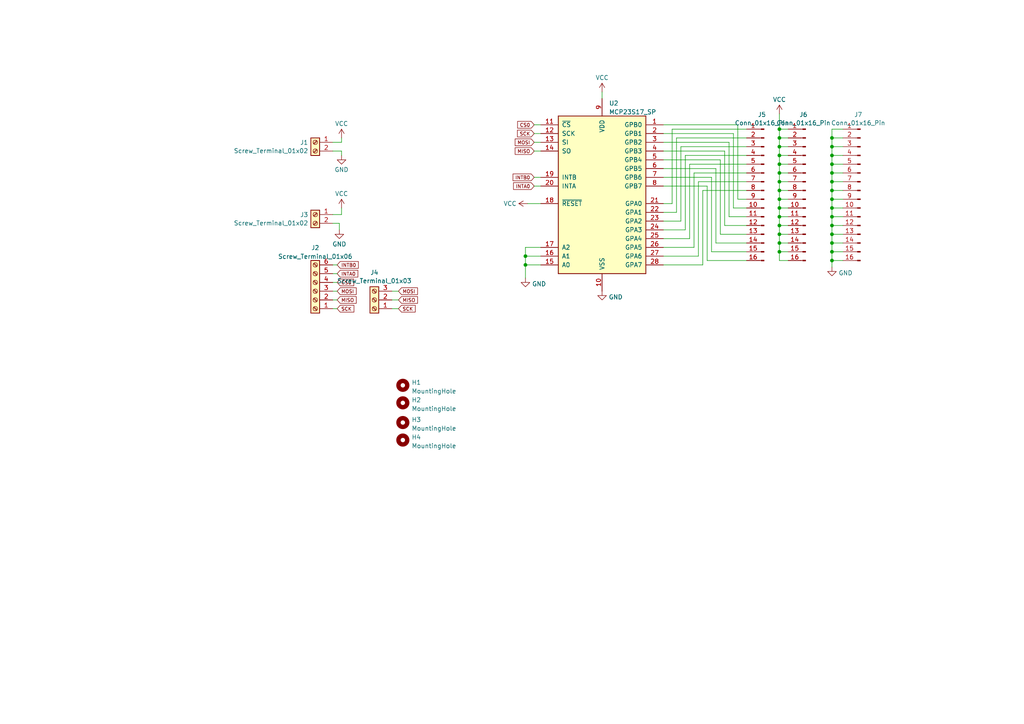
<source format=kicad_sch>
(kicad_sch (version 20230121) (generator eeschema)

  (uuid 472ab3f0-0b4b-4534-8c1c-6d4f9b4806cb)

  (paper "A4")

  (lib_symbols
    (symbol "Connector:Conn_01x16_Pin" (pin_names (offset 1.016) hide) (in_bom yes) (on_board yes)
      (property "Reference" "J" (at 0 20.32 0)
        (effects (font (size 1.27 1.27)))
      )
      (property "Value" "Conn_01x16_Pin" (at 0 -22.86 0)
        (effects (font (size 1.27 1.27)))
      )
      (property "Footprint" "" (at 0 0 0)
        (effects (font (size 1.27 1.27)) hide)
      )
      (property "Datasheet" "~" (at 0 0 0)
        (effects (font (size 1.27 1.27)) hide)
      )
      (property "ki_locked" "" (at 0 0 0)
        (effects (font (size 1.27 1.27)))
      )
      (property "ki_keywords" "connector" (at 0 0 0)
        (effects (font (size 1.27 1.27)) hide)
      )
      (property "ki_description" "Generic connector, single row, 01x16, script generated" (at 0 0 0)
        (effects (font (size 1.27 1.27)) hide)
      )
      (property "ki_fp_filters" "Connector*:*_1x??_*" (at 0 0 0)
        (effects (font (size 1.27 1.27)) hide)
      )
      (symbol "Conn_01x16_Pin_1_1"
        (polyline
          (pts
            (xy 1.27 -20.32)
            (xy 0.8636 -20.32)
          )
          (stroke (width 0.1524) (type default))
          (fill (type none))
        )
        (polyline
          (pts
            (xy 1.27 -17.78)
            (xy 0.8636 -17.78)
          )
          (stroke (width 0.1524) (type default))
          (fill (type none))
        )
        (polyline
          (pts
            (xy 1.27 -15.24)
            (xy 0.8636 -15.24)
          )
          (stroke (width 0.1524) (type default))
          (fill (type none))
        )
        (polyline
          (pts
            (xy 1.27 -12.7)
            (xy 0.8636 -12.7)
          )
          (stroke (width 0.1524) (type default))
          (fill (type none))
        )
        (polyline
          (pts
            (xy 1.27 -10.16)
            (xy 0.8636 -10.16)
          )
          (stroke (width 0.1524) (type default))
          (fill (type none))
        )
        (polyline
          (pts
            (xy 1.27 -7.62)
            (xy 0.8636 -7.62)
          )
          (stroke (width 0.1524) (type default))
          (fill (type none))
        )
        (polyline
          (pts
            (xy 1.27 -5.08)
            (xy 0.8636 -5.08)
          )
          (stroke (width 0.1524) (type default))
          (fill (type none))
        )
        (polyline
          (pts
            (xy 1.27 -2.54)
            (xy 0.8636 -2.54)
          )
          (stroke (width 0.1524) (type default))
          (fill (type none))
        )
        (polyline
          (pts
            (xy 1.27 0)
            (xy 0.8636 0)
          )
          (stroke (width 0.1524) (type default))
          (fill (type none))
        )
        (polyline
          (pts
            (xy 1.27 2.54)
            (xy 0.8636 2.54)
          )
          (stroke (width 0.1524) (type default))
          (fill (type none))
        )
        (polyline
          (pts
            (xy 1.27 5.08)
            (xy 0.8636 5.08)
          )
          (stroke (width 0.1524) (type default))
          (fill (type none))
        )
        (polyline
          (pts
            (xy 1.27 7.62)
            (xy 0.8636 7.62)
          )
          (stroke (width 0.1524) (type default))
          (fill (type none))
        )
        (polyline
          (pts
            (xy 1.27 10.16)
            (xy 0.8636 10.16)
          )
          (stroke (width 0.1524) (type default))
          (fill (type none))
        )
        (polyline
          (pts
            (xy 1.27 12.7)
            (xy 0.8636 12.7)
          )
          (stroke (width 0.1524) (type default))
          (fill (type none))
        )
        (polyline
          (pts
            (xy 1.27 15.24)
            (xy 0.8636 15.24)
          )
          (stroke (width 0.1524) (type default))
          (fill (type none))
        )
        (polyline
          (pts
            (xy 1.27 17.78)
            (xy 0.8636 17.78)
          )
          (stroke (width 0.1524) (type default))
          (fill (type none))
        )
        (rectangle (start 0.8636 -20.193) (end 0 -20.447)
          (stroke (width 0.1524) (type default))
          (fill (type outline))
        )
        (rectangle (start 0.8636 -17.653) (end 0 -17.907)
          (stroke (width 0.1524) (type default))
          (fill (type outline))
        )
        (rectangle (start 0.8636 -15.113) (end 0 -15.367)
          (stroke (width 0.1524) (type default))
          (fill (type outline))
        )
        (rectangle (start 0.8636 -12.573) (end 0 -12.827)
          (stroke (width 0.1524) (type default))
          (fill (type outline))
        )
        (rectangle (start 0.8636 -10.033) (end 0 -10.287)
          (stroke (width 0.1524) (type default))
          (fill (type outline))
        )
        (rectangle (start 0.8636 -7.493) (end 0 -7.747)
          (stroke (width 0.1524) (type default))
          (fill (type outline))
        )
        (rectangle (start 0.8636 -4.953) (end 0 -5.207)
          (stroke (width 0.1524) (type default))
          (fill (type outline))
        )
        (rectangle (start 0.8636 -2.413) (end 0 -2.667)
          (stroke (width 0.1524) (type default))
          (fill (type outline))
        )
        (rectangle (start 0.8636 0.127) (end 0 -0.127)
          (stroke (width 0.1524) (type default))
          (fill (type outline))
        )
        (rectangle (start 0.8636 2.667) (end 0 2.413)
          (stroke (width 0.1524) (type default))
          (fill (type outline))
        )
        (rectangle (start 0.8636 5.207) (end 0 4.953)
          (stroke (width 0.1524) (type default))
          (fill (type outline))
        )
        (rectangle (start 0.8636 7.747) (end 0 7.493)
          (stroke (width 0.1524) (type default))
          (fill (type outline))
        )
        (rectangle (start 0.8636 10.287) (end 0 10.033)
          (stroke (width 0.1524) (type default))
          (fill (type outline))
        )
        (rectangle (start 0.8636 12.827) (end 0 12.573)
          (stroke (width 0.1524) (type default))
          (fill (type outline))
        )
        (rectangle (start 0.8636 15.367) (end 0 15.113)
          (stroke (width 0.1524) (type default))
          (fill (type outline))
        )
        (rectangle (start 0.8636 17.907) (end 0 17.653)
          (stroke (width 0.1524) (type default))
          (fill (type outline))
        )
        (pin passive line (at 5.08 17.78 180) (length 3.81)
          (name "Pin_1" (effects (font (size 1.27 1.27))))
          (number "1" (effects (font (size 1.27 1.27))))
        )
        (pin passive line (at 5.08 -5.08 180) (length 3.81)
          (name "Pin_10" (effects (font (size 1.27 1.27))))
          (number "10" (effects (font (size 1.27 1.27))))
        )
        (pin passive line (at 5.08 -7.62 180) (length 3.81)
          (name "Pin_11" (effects (font (size 1.27 1.27))))
          (number "11" (effects (font (size 1.27 1.27))))
        )
        (pin passive line (at 5.08 -10.16 180) (length 3.81)
          (name "Pin_12" (effects (font (size 1.27 1.27))))
          (number "12" (effects (font (size 1.27 1.27))))
        )
        (pin passive line (at 5.08 -12.7 180) (length 3.81)
          (name "Pin_13" (effects (font (size 1.27 1.27))))
          (number "13" (effects (font (size 1.27 1.27))))
        )
        (pin passive line (at 5.08 -15.24 180) (length 3.81)
          (name "Pin_14" (effects (font (size 1.27 1.27))))
          (number "14" (effects (font (size 1.27 1.27))))
        )
        (pin passive line (at 5.08 -17.78 180) (length 3.81)
          (name "Pin_15" (effects (font (size 1.27 1.27))))
          (number "15" (effects (font (size 1.27 1.27))))
        )
        (pin passive line (at 5.08 -20.32 180) (length 3.81)
          (name "Pin_16" (effects (font (size 1.27 1.27))))
          (number "16" (effects (font (size 1.27 1.27))))
        )
        (pin passive line (at 5.08 15.24 180) (length 3.81)
          (name "Pin_2" (effects (font (size 1.27 1.27))))
          (number "2" (effects (font (size 1.27 1.27))))
        )
        (pin passive line (at 5.08 12.7 180) (length 3.81)
          (name "Pin_3" (effects (font (size 1.27 1.27))))
          (number "3" (effects (font (size 1.27 1.27))))
        )
        (pin passive line (at 5.08 10.16 180) (length 3.81)
          (name "Pin_4" (effects (font (size 1.27 1.27))))
          (number "4" (effects (font (size 1.27 1.27))))
        )
        (pin passive line (at 5.08 7.62 180) (length 3.81)
          (name "Pin_5" (effects (font (size 1.27 1.27))))
          (number "5" (effects (font (size 1.27 1.27))))
        )
        (pin passive line (at 5.08 5.08 180) (length 3.81)
          (name "Pin_6" (effects (font (size 1.27 1.27))))
          (number "6" (effects (font (size 1.27 1.27))))
        )
        (pin passive line (at 5.08 2.54 180) (length 3.81)
          (name "Pin_7" (effects (font (size 1.27 1.27))))
          (number "7" (effects (font (size 1.27 1.27))))
        )
        (pin passive line (at 5.08 0 180) (length 3.81)
          (name "Pin_8" (effects (font (size 1.27 1.27))))
          (number "8" (effects (font (size 1.27 1.27))))
        )
        (pin passive line (at 5.08 -2.54 180) (length 3.81)
          (name "Pin_9" (effects (font (size 1.27 1.27))))
          (number "9" (effects (font (size 1.27 1.27))))
        )
      )
    )
    (symbol "Connector:Screw_Terminal_01x02" (pin_names (offset 1.016) hide) (in_bom yes) (on_board yes)
      (property "Reference" "J" (at 0 2.54 0)
        (effects (font (size 1.27 1.27)))
      )
      (property "Value" "Screw_Terminal_01x02" (at 0 -5.08 0)
        (effects (font (size 1.27 1.27)))
      )
      (property "Footprint" "" (at 0 0 0)
        (effects (font (size 1.27 1.27)) hide)
      )
      (property "Datasheet" "~" (at 0 0 0)
        (effects (font (size 1.27 1.27)) hide)
      )
      (property "ki_keywords" "screw terminal" (at 0 0 0)
        (effects (font (size 1.27 1.27)) hide)
      )
      (property "ki_description" "Generic screw terminal, single row, 01x02, script generated (kicad-library-utils/schlib/autogen/connector/)" (at 0 0 0)
        (effects (font (size 1.27 1.27)) hide)
      )
      (property "ki_fp_filters" "TerminalBlock*:*" (at 0 0 0)
        (effects (font (size 1.27 1.27)) hide)
      )
      (symbol "Screw_Terminal_01x02_1_1"
        (rectangle (start -1.27 1.27) (end 1.27 -3.81)
          (stroke (width 0.254) (type default))
          (fill (type background))
        )
        (circle (center 0 -2.54) (radius 0.635)
          (stroke (width 0.1524) (type default))
          (fill (type none))
        )
        (polyline
          (pts
            (xy -0.5334 -2.2098)
            (xy 0.3302 -3.048)
          )
          (stroke (width 0.1524) (type default))
          (fill (type none))
        )
        (polyline
          (pts
            (xy -0.5334 0.3302)
            (xy 0.3302 -0.508)
          )
          (stroke (width 0.1524) (type default))
          (fill (type none))
        )
        (polyline
          (pts
            (xy -0.3556 -2.032)
            (xy 0.508 -2.8702)
          )
          (stroke (width 0.1524) (type default))
          (fill (type none))
        )
        (polyline
          (pts
            (xy -0.3556 0.508)
            (xy 0.508 -0.3302)
          )
          (stroke (width 0.1524) (type default))
          (fill (type none))
        )
        (circle (center 0 0) (radius 0.635)
          (stroke (width 0.1524) (type default))
          (fill (type none))
        )
        (pin passive line (at -5.08 0 0) (length 3.81)
          (name "Pin_1" (effects (font (size 1.27 1.27))))
          (number "1" (effects (font (size 1.27 1.27))))
        )
        (pin passive line (at -5.08 -2.54 0) (length 3.81)
          (name "Pin_2" (effects (font (size 1.27 1.27))))
          (number "2" (effects (font (size 1.27 1.27))))
        )
      )
    )
    (symbol "Connector:Screw_Terminal_01x03" (pin_names (offset 1.016) hide) (in_bom yes) (on_board yes)
      (property "Reference" "J" (at 0 5.08 0)
        (effects (font (size 1.27 1.27)))
      )
      (property "Value" "Screw_Terminal_01x03" (at 0 -5.08 0)
        (effects (font (size 1.27 1.27)))
      )
      (property "Footprint" "" (at 0 0 0)
        (effects (font (size 1.27 1.27)) hide)
      )
      (property "Datasheet" "~" (at 0 0 0)
        (effects (font (size 1.27 1.27)) hide)
      )
      (property "ki_keywords" "screw terminal" (at 0 0 0)
        (effects (font (size 1.27 1.27)) hide)
      )
      (property "ki_description" "Generic screw terminal, single row, 01x03, script generated (kicad-library-utils/schlib/autogen/connector/)" (at 0 0 0)
        (effects (font (size 1.27 1.27)) hide)
      )
      (property "ki_fp_filters" "TerminalBlock*:*" (at 0 0 0)
        (effects (font (size 1.27 1.27)) hide)
      )
      (symbol "Screw_Terminal_01x03_1_1"
        (rectangle (start -1.27 3.81) (end 1.27 -3.81)
          (stroke (width 0.254) (type default))
          (fill (type background))
        )
        (circle (center 0 -2.54) (radius 0.635)
          (stroke (width 0.1524) (type default))
          (fill (type none))
        )
        (polyline
          (pts
            (xy -0.5334 -2.2098)
            (xy 0.3302 -3.048)
          )
          (stroke (width 0.1524) (type default))
          (fill (type none))
        )
        (polyline
          (pts
            (xy -0.5334 0.3302)
            (xy 0.3302 -0.508)
          )
          (stroke (width 0.1524) (type default))
          (fill (type none))
        )
        (polyline
          (pts
            (xy -0.5334 2.8702)
            (xy 0.3302 2.032)
          )
          (stroke (width 0.1524) (type default))
          (fill (type none))
        )
        (polyline
          (pts
            (xy -0.3556 -2.032)
            (xy 0.508 -2.8702)
          )
          (stroke (width 0.1524) (type default))
          (fill (type none))
        )
        (polyline
          (pts
            (xy -0.3556 0.508)
            (xy 0.508 -0.3302)
          )
          (stroke (width 0.1524) (type default))
          (fill (type none))
        )
        (polyline
          (pts
            (xy -0.3556 3.048)
            (xy 0.508 2.2098)
          )
          (stroke (width 0.1524) (type default))
          (fill (type none))
        )
        (circle (center 0 0) (radius 0.635)
          (stroke (width 0.1524) (type default))
          (fill (type none))
        )
        (circle (center 0 2.54) (radius 0.635)
          (stroke (width 0.1524) (type default))
          (fill (type none))
        )
        (pin passive line (at -5.08 2.54 0) (length 3.81)
          (name "Pin_1" (effects (font (size 1.27 1.27))))
          (number "1" (effects (font (size 1.27 1.27))))
        )
        (pin passive line (at -5.08 0 0) (length 3.81)
          (name "Pin_2" (effects (font (size 1.27 1.27))))
          (number "2" (effects (font (size 1.27 1.27))))
        )
        (pin passive line (at -5.08 -2.54 0) (length 3.81)
          (name "Pin_3" (effects (font (size 1.27 1.27))))
          (number "3" (effects (font (size 1.27 1.27))))
        )
      )
    )
    (symbol "Connector:Screw_Terminal_01x06" (pin_names (offset 1.016) hide) (in_bom yes) (on_board yes)
      (property "Reference" "J" (at 0 7.62 0)
        (effects (font (size 1.27 1.27)))
      )
      (property "Value" "Screw_Terminal_01x06" (at 0 -10.16 0)
        (effects (font (size 1.27 1.27)))
      )
      (property "Footprint" "" (at 0 0 0)
        (effects (font (size 1.27 1.27)) hide)
      )
      (property "Datasheet" "~" (at 0 0 0)
        (effects (font (size 1.27 1.27)) hide)
      )
      (property "ki_keywords" "screw terminal" (at 0 0 0)
        (effects (font (size 1.27 1.27)) hide)
      )
      (property "ki_description" "Generic screw terminal, single row, 01x06, script generated (kicad-library-utils/schlib/autogen/connector/)" (at 0 0 0)
        (effects (font (size 1.27 1.27)) hide)
      )
      (property "ki_fp_filters" "TerminalBlock*:*" (at 0 0 0)
        (effects (font (size 1.27 1.27)) hide)
      )
      (symbol "Screw_Terminal_01x06_1_1"
        (rectangle (start -1.27 6.35) (end 1.27 -8.89)
          (stroke (width 0.254) (type default))
          (fill (type background))
        )
        (circle (center 0 -7.62) (radius 0.635)
          (stroke (width 0.1524) (type default))
          (fill (type none))
        )
        (circle (center 0 -5.08) (radius 0.635)
          (stroke (width 0.1524) (type default))
          (fill (type none))
        )
        (circle (center 0 -2.54) (radius 0.635)
          (stroke (width 0.1524) (type default))
          (fill (type none))
        )
        (polyline
          (pts
            (xy -0.5334 -7.2898)
            (xy 0.3302 -8.128)
          )
          (stroke (width 0.1524) (type default))
          (fill (type none))
        )
        (polyline
          (pts
            (xy -0.5334 -4.7498)
            (xy 0.3302 -5.588)
          )
          (stroke (width 0.1524) (type default))
          (fill (type none))
        )
        (polyline
          (pts
            (xy -0.5334 -2.2098)
            (xy 0.3302 -3.048)
          )
          (stroke (width 0.1524) (type default))
          (fill (type none))
        )
        (polyline
          (pts
            (xy -0.5334 0.3302)
            (xy 0.3302 -0.508)
          )
          (stroke (width 0.1524) (type default))
          (fill (type none))
        )
        (polyline
          (pts
            (xy -0.5334 2.8702)
            (xy 0.3302 2.032)
          )
          (stroke (width 0.1524) (type default))
          (fill (type none))
        )
        (polyline
          (pts
            (xy -0.5334 5.4102)
            (xy 0.3302 4.572)
          )
          (stroke (width 0.1524) (type default))
          (fill (type none))
        )
        (polyline
          (pts
            (xy -0.3556 -7.112)
            (xy 0.508 -7.9502)
          )
          (stroke (width 0.1524) (type default))
          (fill (type none))
        )
        (polyline
          (pts
            (xy -0.3556 -4.572)
            (xy 0.508 -5.4102)
          )
          (stroke (width 0.1524) (type default))
          (fill (type none))
        )
        (polyline
          (pts
            (xy -0.3556 -2.032)
            (xy 0.508 -2.8702)
          )
          (stroke (width 0.1524) (type default))
          (fill (type none))
        )
        (polyline
          (pts
            (xy -0.3556 0.508)
            (xy 0.508 -0.3302)
          )
          (stroke (width 0.1524) (type default))
          (fill (type none))
        )
        (polyline
          (pts
            (xy -0.3556 3.048)
            (xy 0.508 2.2098)
          )
          (stroke (width 0.1524) (type default))
          (fill (type none))
        )
        (polyline
          (pts
            (xy -0.3556 5.588)
            (xy 0.508 4.7498)
          )
          (stroke (width 0.1524) (type default))
          (fill (type none))
        )
        (circle (center 0 0) (radius 0.635)
          (stroke (width 0.1524) (type default))
          (fill (type none))
        )
        (circle (center 0 2.54) (radius 0.635)
          (stroke (width 0.1524) (type default))
          (fill (type none))
        )
        (circle (center 0 5.08) (radius 0.635)
          (stroke (width 0.1524) (type default))
          (fill (type none))
        )
        (pin passive line (at -5.08 5.08 0) (length 3.81)
          (name "Pin_1" (effects (font (size 1.27 1.27))))
          (number "1" (effects (font (size 1.27 1.27))))
        )
        (pin passive line (at -5.08 2.54 0) (length 3.81)
          (name "Pin_2" (effects (font (size 1.27 1.27))))
          (number "2" (effects (font (size 1.27 1.27))))
        )
        (pin passive line (at -5.08 0 0) (length 3.81)
          (name "Pin_3" (effects (font (size 1.27 1.27))))
          (number "3" (effects (font (size 1.27 1.27))))
        )
        (pin passive line (at -5.08 -2.54 0) (length 3.81)
          (name "Pin_4" (effects (font (size 1.27 1.27))))
          (number "4" (effects (font (size 1.27 1.27))))
        )
        (pin passive line (at -5.08 -5.08 0) (length 3.81)
          (name "Pin_5" (effects (font (size 1.27 1.27))))
          (number "5" (effects (font (size 1.27 1.27))))
        )
        (pin passive line (at -5.08 -7.62 0) (length 3.81)
          (name "Pin_6" (effects (font (size 1.27 1.27))))
          (number "6" (effects (font (size 1.27 1.27))))
        )
      )
    )
    (symbol "GND_1" (power) (pin_names (offset 0)) (in_bom yes) (on_board yes)
      (property "Reference" "#PWR" (at 0 -6.35 0)
        (effects (font (size 1.27 1.27)) hide)
      )
      (property "Value" "GND_1" (at 0 -3.81 0)
        (effects (font (size 1.27 1.27)))
      )
      (property "Footprint" "" (at 0 0 0)
        (effects (font (size 1.27 1.27)) hide)
      )
      (property "Datasheet" "" (at 0 0 0)
        (effects (font (size 1.27 1.27)) hide)
      )
      (property "ki_keywords" "global power" (at 0 0 0)
        (effects (font (size 1.27 1.27)) hide)
      )
      (property "ki_description" "Power symbol creates a global label with name \"GND\" , ground" (at 0 0 0)
        (effects (font (size 1.27 1.27)) hide)
      )
      (symbol "GND_1_0_1"
        (polyline
          (pts
            (xy 0 0)
            (xy 0 -1.27)
            (xy 1.27 -1.27)
            (xy 0 -2.54)
            (xy -1.27 -1.27)
            (xy 0 -1.27)
          )
          (stroke (width 0) (type default))
          (fill (type none))
        )
      )
      (symbol "GND_1_1_1"
        (pin power_in line (at 0 0 270) (length 0) hide
          (name "GND" (effects (font (size 1.27 1.27))))
          (number "1" (effects (font (size 1.27 1.27))))
        )
      )
    )
    (symbol "Interface_Expansion:MCP23S17_SP" (pin_names (offset 1.016)) (in_bom yes) (on_board yes)
      (property "Reference" "U" (at -11.43 24.13 0)
        (effects (font (size 1.27 1.27)))
      )
      (property "Value" "MCP23S17_SP" (at 0 0 0)
        (effects (font (size 1.27 1.27)))
      )
      (property "Footprint" "Package_DIP:DIP-28_W7.62mm" (at 5.08 -25.4 0)
        (effects (font (size 1.27 1.27)) (justify left) hide)
      )
      (property "Datasheet" "http://ww1.microchip.com/downloads/en/DeviceDoc/20001952C.pdf" (at 5.08 -27.94 0)
        (effects (font (size 1.27 1.27)) (justify left) hide)
      )
      (property "ki_keywords" "microchip i2c parallel port expander" (at 0 0 0)
        (effects (font (size 1.27 1.27)) hide)
      )
      (property "ki_description" "16-bit I/O expander, SPI, interrupts, w pull-ups, SPDIP-28" (at 0 0 0)
        (effects (font (size 1.27 1.27)) hide)
      )
      (property "ki_fp_filters" "DIP*W7.62mm*" (at 0 0 0)
        (effects (font (size 1.27 1.27)) hide)
      )
      (symbol "MCP23S17_SP_0_1"
        (rectangle (start -12.7 22.86) (end 12.7 -22.86)
          (stroke (width 0.254) (type default))
          (fill (type background))
        )
      )
      (symbol "MCP23S17_SP_1_1"
        (pin bidirectional line (at 17.78 20.32 180) (length 5.08)
          (name "GPB0" (effects (font (size 1.27 1.27))))
          (number "1" (effects (font (size 1.27 1.27))))
        )
        (pin power_in line (at 0 -27.94 90) (length 5.08)
          (name "VSS" (effects (font (size 1.27 1.27))))
          (number "10" (effects (font (size 1.27 1.27))))
        )
        (pin input line (at -17.78 20.32 0) (length 5.08)
          (name "~{CS}" (effects (font (size 1.27 1.27))))
          (number "11" (effects (font (size 1.27 1.27))))
        )
        (pin input line (at -17.78 17.78 0) (length 5.08)
          (name "SCK" (effects (font (size 1.27 1.27))))
          (number "12" (effects (font (size 1.27 1.27))))
        )
        (pin input line (at -17.78 15.24 0) (length 5.08)
          (name "SI" (effects (font (size 1.27 1.27))))
          (number "13" (effects (font (size 1.27 1.27))))
        )
        (pin output line (at -17.78 12.7 0) (length 5.08)
          (name "SO" (effects (font (size 1.27 1.27))))
          (number "14" (effects (font (size 1.27 1.27))))
        )
        (pin input line (at -17.78 -20.32 0) (length 5.08)
          (name "A0" (effects (font (size 1.27 1.27))))
          (number "15" (effects (font (size 1.27 1.27))))
        )
        (pin input line (at -17.78 -17.78 0) (length 5.08)
          (name "A1" (effects (font (size 1.27 1.27))))
          (number "16" (effects (font (size 1.27 1.27))))
        )
        (pin input line (at -17.78 -15.24 0) (length 5.08)
          (name "A2" (effects (font (size 1.27 1.27))))
          (number "17" (effects (font (size 1.27 1.27))))
        )
        (pin input line (at -17.78 -2.54 0) (length 5.08)
          (name "~{RESET}" (effects (font (size 1.27 1.27))))
          (number "18" (effects (font (size 1.27 1.27))))
        )
        (pin tri_state line (at -17.78 5.08 0) (length 5.08)
          (name "INTB" (effects (font (size 1.27 1.27))))
          (number "19" (effects (font (size 1.27 1.27))))
        )
        (pin bidirectional line (at 17.78 17.78 180) (length 5.08)
          (name "GPB1" (effects (font (size 1.27 1.27))))
          (number "2" (effects (font (size 1.27 1.27))))
        )
        (pin tri_state line (at -17.78 2.54 0) (length 5.08)
          (name "INTA" (effects (font (size 1.27 1.27))))
          (number "20" (effects (font (size 1.27 1.27))))
        )
        (pin bidirectional line (at 17.78 -2.54 180) (length 5.08)
          (name "GPA0" (effects (font (size 1.27 1.27))))
          (number "21" (effects (font (size 1.27 1.27))))
        )
        (pin bidirectional line (at 17.78 -5.08 180) (length 5.08)
          (name "GPA1" (effects (font (size 1.27 1.27))))
          (number "22" (effects (font (size 1.27 1.27))))
        )
        (pin bidirectional line (at 17.78 -7.62 180) (length 5.08)
          (name "GPA2" (effects (font (size 1.27 1.27))))
          (number "23" (effects (font (size 1.27 1.27))))
        )
        (pin bidirectional line (at 17.78 -10.16 180) (length 5.08)
          (name "GPA3" (effects (font (size 1.27 1.27))))
          (number "24" (effects (font (size 1.27 1.27))))
        )
        (pin bidirectional line (at 17.78 -12.7 180) (length 5.08)
          (name "GPA4" (effects (font (size 1.27 1.27))))
          (number "25" (effects (font (size 1.27 1.27))))
        )
        (pin bidirectional line (at 17.78 -15.24 180) (length 5.08)
          (name "GPA5" (effects (font (size 1.27 1.27))))
          (number "26" (effects (font (size 1.27 1.27))))
        )
        (pin bidirectional line (at 17.78 -17.78 180) (length 5.08)
          (name "GPA6" (effects (font (size 1.27 1.27))))
          (number "27" (effects (font (size 1.27 1.27))))
        )
        (pin bidirectional line (at 17.78 -20.32 180) (length 5.08)
          (name "GPA7" (effects (font (size 1.27 1.27))))
          (number "28" (effects (font (size 1.27 1.27))))
        )
        (pin bidirectional line (at 17.78 15.24 180) (length 5.08)
          (name "GPB2" (effects (font (size 1.27 1.27))))
          (number "3" (effects (font (size 1.27 1.27))))
        )
        (pin bidirectional line (at 17.78 12.7 180) (length 5.08)
          (name "GPB3" (effects (font (size 1.27 1.27))))
          (number "4" (effects (font (size 1.27 1.27))))
        )
        (pin bidirectional line (at 17.78 10.16 180) (length 5.08)
          (name "GPB4" (effects (font (size 1.27 1.27))))
          (number "5" (effects (font (size 1.27 1.27))))
        )
        (pin bidirectional line (at 17.78 7.62 180) (length 5.08)
          (name "GPB5" (effects (font (size 1.27 1.27))))
          (number "6" (effects (font (size 1.27 1.27))))
        )
        (pin bidirectional line (at 17.78 5.08 180) (length 5.08)
          (name "GPB6" (effects (font (size 1.27 1.27))))
          (number "7" (effects (font (size 1.27 1.27))))
        )
        (pin bidirectional line (at 17.78 2.54 180) (length 5.08)
          (name "GPB7" (effects (font (size 1.27 1.27))))
          (number "8" (effects (font (size 1.27 1.27))))
        )
        (pin power_in line (at 0 27.94 270) (length 5.08)
          (name "VDD" (effects (font (size 1.27 1.27))))
          (number "9" (effects (font (size 1.27 1.27))))
        )
      )
    )
    (symbol "Mechanical:MountingHole" (pin_names (offset 1.016)) (in_bom yes) (on_board yes)
      (property "Reference" "H" (at 0 5.08 0)
        (effects (font (size 1.27 1.27)))
      )
      (property "Value" "MountingHole" (at 0 3.175 0)
        (effects (font (size 1.27 1.27)))
      )
      (property "Footprint" "" (at 0 0 0)
        (effects (font (size 1.27 1.27)) hide)
      )
      (property "Datasheet" "~" (at 0 0 0)
        (effects (font (size 1.27 1.27)) hide)
      )
      (property "ki_keywords" "mounting hole" (at 0 0 0)
        (effects (font (size 1.27 1.27)) hide)
      )
      (property "ki_description" "Mounting Hole without connection" (at 0 0 0)
        (effects (font (size 1.27 1.27)) hide)
      )
      (property "ki_fp_filters" "MountingHole*" (at 0 0 0)
        (effects (font (size 1.27 1.27)) hide)
      )
      (symbol "MountingHole_0_1"
        (circle (center 0 0) (radius 1.27)
          (stroke (width 1.27) (type default))
          (fill (type none))
        )
      )
    )
    (symbol "power:GND" (power) (pin_names (offset 0)) (in_bom yes) (on_board yes)
      (property "Reference" "#PWR" (at 0 -6.35 0)
        (effects (font (size 1.27 1.27)) hide)
      )
      (property "Value" "GND" (at 0 -3.81 0)
        (effects (font (size 1.27 1.27)))
      )
      (property "Footprint" "" (at 0 0 0)
        (effects (font (size 1.27 1.27)) hide)
      )
      (property "Datasheet" "" (at 0 0 0)
        (effects (font (size 1.27 1.27)) hide)
      )
      (property "ki_keywords" "power-flag" (at 0 0 0)
        (effects (font (size 1.27 1.27)) hide)
      )
      (property "ki_description" "Power symbol creates a global label with name \"GND\" , ground" (at 0 0 0)
        (effects (font (size 1.27 1.27)) hide)
      )
      (symbol "GND_0_1"
        (polyline
          (pts
            (xy 0 0)
            (xy 0 -1.27)
            (xy 1.27 -1.27)
            (xy 0 -2.54)
            (xy -1.27 -1.27)
            (xy 0 -1.27)
          )
          (stroke (width 0) (type default))
          (fill (type none))
        )
      )
      (symbol "GND_1_1"
        (pin power_in line (at 0 0 270) (length 0) hide
          (name "GND" (effects (font (size 1.27 1.27))))
          (number "1" (effects (font (size 1.27 1.27))))
        )
      )
    )
    (symbol "power:VCC" (power) (pin_names (offset 0)) (in_bom yes) (on_board yes)
      (property "Reference" "#PWR" (at 0 -3.81 0)
        (effects (font (size 1.27 1.27)) hide)
      )
      (property "Value" "VCC" (at 0 3.81 0)
        (effects (font (size 1.27 1.27)))
      )
      (property "Footprint" "" (at 0 0 0)
        (effects (font (size 1.27 1.27)) hide)
      )
      (property "Datasheet" "" (at 0 0 0)
        (effects (font (size 1.27 1.27)) hide)
      )
      (property "ki_keywords" "global power" (at 0 0 0)
        (effects (font (size 1.27 1.27)) hide)
      )
      (property "ki_description" "Power symbol creates a global label with name \"VCC\"" (at 0 0 0)
        (effects (font (size 1.27 1.27)) hide)
      )
      (symbol "VCC_0_1"
        (polyline
          (pts
            (xy -0.762 1.27)
            (xy 0 2.54)
          )
          (stroke (width 0) (type default))
          (fill (type none))
        )
        (polyline
          (pts
            (xy 0 0)
            (xy 0 2.54)
          )
          (stroke (width 0) (type default))
          (fill (type none))
        )
        (polyline
          (pts
            (xy 0 2.54)
            (xy 0.762 1.27)
          )
          (stroke (width 0) (type default))
          (fill (type none))
        )
      )
      (symbol "VCC_1_1"
        (pin power_in line (at 0 0 90) (length 0) hide
          (name "VCC" (effects (font (size 1.27 1.27))))
          (number "1" (effects (font (size 1.27 1.27))))
        )
      )
    )
  )

  (junction (at 241.3 57.785) (diameter 0) (color 0 0 0 0)
    (uuid 00e239da-bbc8-4634-8ae7-cf9ee887c51d)
  )
  (junction (at 226.06 45.085) (diameter 0) (color 0 0 0 0)
    (uuid 1027632a-a135-4a7c-b4b2-8aa17ae0b06f)
  )
  (junction (at 226.06 52.705) (diameter 0) (color 0 0 0 0)
    (uuid 15a3ef6b-6015-4445-961c-616a0d6b6555)
  )
  (junction (at 241.3 40.005) (diameter 0) (color 0 0 0 0)
    (uuid 21347a47-238b-4b39-803b-0fce173ed2f7)
  )
  (junction (at 226.06 37.465) (diameter 0) (color 0 0 0 0)
    (uuid 2cd4aef4-22c8-48b2-85eb-cd810507a060)
  )
  (junction (at 241.3 73.025) (diameter 0) (color 0 0 0 0)
    (uuid 3a1a0551-f419-416c-ba12-f8fe7301ac7b)
  )
  (junction (at 226.06 40.005) (diameter 0) (color 0 0 0 0)
    (uuid 3c958e53-a0e0-4733-a906-1806c8915f00)
  )
  (junction (at 152.4 76.835) (diameter 0) (color 0 0 0 0)
    (uuid 3eee64ef-6808-46cf-aaa2-9883d446278b)
  )
  (junction (at 241.3 47.625) (diameter 0) (color 0 0 0 0)
    (uuid 56f3b6bd-0d80-4b3a-8ec3-27fd31666f37)
  )
  (junction (at 226.06 55.245) (diameter 0) (color 0 0 0 0)
    (uuid 5d1234ca-3290-4762-9ef7-22f1c46ac15e)
  )
  (junction (at 241.3 55.245) (diameter 0) (color 0 0 0 0)
    (uuid 5fba7276-4471-46ba-9032-6bdbf3ae3e5d)
  )
  (junction (at 241.3 67.945) (diameter 0) (color 0 0 0 0)
    (uuid 62a1dba5-cfb3-45ad-9fe8-50ce671b807a)
  )
  (junction (at 226.06 50.165) (diameter 0) (color 0 0 0 0)
    (uuid 63a7f459-2d64-42aa-ae6a-7b6549112671)
  )
  (junction (at 226.06 73.025) (diameter 0) (color 0 0 0 0)
    (uuid 6bffa5e1-41a1-4704-b2f6-64afc492a29d)
  )
  (junction (at 241.3 52.705) (diameter 0) (color 0 0 0 0)
    (uuid 7c78bf2a-1006-4050-afda-2e149618522b)
  )
  (junction (at 226.06 47.625) (diameter 0) (color 0 0 0 0)
    (uuid 85a9db35-c6eb-4563-8adb-f8f54acaddbc)
  )
  (junction (at 226.06 67.945) (diameter 0) (color 0 0 0 0)
    (uuid 9640eedd-e204-44aa-a6e4-e7ce9b90b735)
  )
  (junction (at 241.3 50.165) (diameter 0) (color 0 0 0 0)
    (uuid a3d2a174-bbf9-43a5-8053-a36e3f94c6fb)
  )
  (junction (at 226.06 57.785) (diameter 0) (color 0 0 0 0)
    (uuid a3f546e2-6d5f-4b09-b0e3-5173c6d97580)
  )
  (junction (at 226.06 60.325) (diameter 0) (color 0 0 0 0)
    (uuid a4c7eb6f-cc75-4560-95eb-2962d2b6e593)
  )
  (junction (at 226.06 65.405) (diameter 0) (color 0 0 0 0)
    (uuid a71549f5-eacb-476b-bc0a-7273c8819481)
  )
  (junction (at 241.3 75.565) (diameter 0) (color 0 0 0 0)
    (uuid bed8eaa9-307c-4a50-8bdc-7094470d7c36)
  )
  (junction (at 241.3 65.405) (diameter 0) (color 0 0 0 0)
    (uuid c03514f9-ec75-4c3d-86f1-5e2b534b5bd3)
  )
  (junction (at 152.4 74.295) (diameter 0) (color 0 0 0 0)
    (uuid c30b2cc9-1390-49f8-81fc-337efff030ba)
  )
  (junction (at 226.06 42.545) (diameter 0) (color 0 0 0 0)
    (uuid c38dc1ba-8fa6-43e8-92b6-430c1fb71b40)
  )
  (junction (at 241.3 60.325) (diameter 0) (color 0 0 0 0)
    (uuid c90ca1bb-c107-4d68-a336-eb290b8cc7ee)
  )
  (junction (at 226.06 70.485) (diameter 0) (color 0 0 0 0)
    (uuid d49c8c01-8506-41c0-afee-0cc282275ed1)
  )
  (junction (at 241.3 45.085) (diameter 0) (color 0 0 0 0)
    (uuid db1413de-5575-4166-b5f5-4c068475dfb9)
  )
  (junction (at 241.3 62.865) (diameter 0) (color 0 0 0 0)
    (uuid dd25cf93-359a-43fe-997d-8651c20f9007)
  )
  (junction (at 226.06 62.865) (diameter 0) (color 0 0 0 0)
    (uuid ea6bdcdd-74a3-48c9-8a99-4a6c4f44dbc0)
  )
  (junction (at 241.3 42.545) (diameter 0) (color 0 0 0 0)
    (uuid f426eb0b-ec78-4e9e-b9ef-c15f944b2547)
  )
  (junction (at 241.3 70.485) (diameter 0) (color 0 0 0 0)
    (uuid fcb4faa5-40a6-46f5-a649-fddc6e290ade)
  )

  (wire (pts (xy 226.06 57.785) (xy 226.06 60.325))
    (stroke (width 0) (type default))
    (uuid 0295452e-ac46-4d30-ae29-5876120545fe)
  )
  (wire (pts (xy 216.535 57.785) (xy 213.995 57.785))
    (stroke (width 0) (type default))
    (uuid 0588a5a2-14a2-4ce4-b2af-ceb324c97da2)
  )
  (wire (pts (xy 212.725 38.735) (xy 212.725 60.325))
    (stroke (width 0) (type default))
    (uuid 05c7ff18-f042-4dc1-b832-0ad3e485e867)
  )
  (wire (pts (xy 98.425 64.77) (xy 98.425 66.675))
    (stroke (width 0) (type default))
    (uuid 063d1ff6-1fdf-4a5e-b7ca-d863694830a4)
  )
  (wire (pts (xy 153.035 59.055) (xy 156.845 59.055))
    (stroke (width 0) (type default))
    (uuid 069140fb-bb0e-485c-b1ca-0356895368c5)
  )
  (wire (pts (xy 241.3 40.005) (xy 244.475 40.005))
    (stroke (width 0) (type default))
    (uuid 06b43f9c-23c9-4bdc-a834-a70d27f36c4f)
  )
  (wire (pts (xy 226.06 62.865) (xy 228.6 62.865))
    (stroke (width 0) (type default))
    (uuid 08addb43-b60b-444b-ba8d-6f4b062e0776)
  )
  (wire (pts (xy 241.3 47.625) (xy 244.475 47.625))
    (stroke (width 0) (type default))
    (uuid 08cb6879-2a98-4cf6-8468-49d10c895993)
  )
  (wire (pts (xy 192.405 36.195) (xy 213.995 36.195))
    (stroke (width 0) (type default))
    (uuid 0f41ba38-532f-4788-846f-edcec325ad2e)
  )
  (wire (pts (xy 96.52 41.275) (xy 99.06 41.275))
    (stroke (width 0) (type default))
    (uuid 11915234-abfd-481f-b8b7-f1020540be14)
  )
  (wire (pts (xy 226.06 62.865) (xy 226.06 65.405))
    (stroke (width 0) (type default))
    (uuid 13bf1cd3-e110-4d01-a036-3764e227fdbb)
  )
  (wire (pts (xy 226.06 55.245) (xy 228.6 55.245))
    (stroke (width 0) (type default))
    (uuid 13fc90a6-b089-4ea4-bc4a-3b5c878827b7)
  )
  (wire (pts (xy 192.405 59.055) (xy 194.945 59.055))
    (stroke (width 0) (type default))
    (uuid 147d710d-edff-4856-b0dc-49061c41c48f)
  )
  (wire (pts (xy 226.06 67.945) (xy 226.06 70.485))
    (stroke (width 0) (type default))
    (uuid 18263d06-c879-4784-b546-c47fa5ffba6f)
  )
  (wire (pts (xy 241.3 65.405) (xy 241.3 67.945))
    (stroke (width 0) (type default))
    (uuid 1b7b2078-4a8d-4896-ba34-be6cc1773561)
  )
  (wire (pts (xy 208.915 46.355) (xy 208.915 67.945))
    (stroke (width 0) (type default))
    (uuid 1debd669-1683-4f32-9639-08fea45f9c2b)
  )
  (wire (pts (xy 241.3 50.165) (xy 244.475 50.165))
    (stroke (width 0) (type default))
    (uuid 1e54c64e-bfb4-4008-bc2a-3000d849cbad)
  )
  (wire (pts (xy 196.215 61.595) (xy 196.215 40.005))
    (stroke (width 0) (type default))
    (uuid 1e8592f2-489e-45d0-b201-549922d56801)
  )
  (wire (pts (xy 154.94 41.275) (xy 156.845 41.275))
    (stroke (width 0) (type default))
    (uuid 201af872-cded-465a-9e13-fdf3fe0eacef)
  )
  (wire (pts (xy 226.06 42.545) (xy 226.06 45.085))
    (stroke (width 0) (type default))
    (uuid 234794ff-abf6-484c-8edb-931898314315)
  )
  (wire (pts (xy 201.295 50.165) (xy 201.295 71.755))
    (stroke (width 0) (type default))
    (uuid 2571831d-5cd9-4e10-b452-afc0eedea9ac)
  )
  (wire (pts (xy 206.375 51.435) (xy 206.375 73.025))
    (stroke (width 0) (type default))
    (uuid 279c79e4-edb5-451e-84e6-86eecd8fac95)
  )
  (wire (pts (xy 152.4 71.755) (xy 152.4 74.295))
    (stroke (width 0) (type default))
    (uuid 28bf4be8-e3d6-4e2c-9f2d-5ecb08678d57)
  )
  (wire (pts (xy 200.025 47.625) (xy 200.025 69.215))
    (stroke (width 0) (type default))
    (uuid 2beb0aaf-77cd-44d0-9149-d9e9208ff5e7)
  )
  (wire (pts (xy 200.025 47.625) (xy 216.535 47.625))
    (stroke (width 0) (type default))
    (uuid 2f9b6f16-4204-43b0-859a-7cabf2d6ae6a)
  )
  (wire (pts (xy 241.3 47.625) (xy 241.3 50.165))
    (stroke (width 0) (type default))
    (uuid 323a5e81-5195-4958-9b23-9f38321dc6f3)
  )
  (wire (pts (xy 192.405 46.355) (xy 208.915 46.355))
    (stroke (width 0) (type default))
    (uuid 33de7f66-6bca-4667-9298-63503bc61562)
  )
  (wire (pts (xy 198.755 66.675) (xy 198.755 45.085))
    (stroke (width 0) (type default))
    (uuid 36eabf47-cff9-4523-808b-922433987f74)
  )
  (wire (pts (xy 241.3 73.025) (xy 244.475 73.025))
    (stroke (width 0) (type default))
    (uuid 378ab112-44c3-4fa2-b687-63cfd51502db)
  )
  (wire (pts (xy 96.52 84.455) (xy 97.79 84.455))
    (stroke (width 0) (type default))
    (uuid 39d140a9-23a3-49dd-91e3-1cd25e6010e4)
  )
  (wire (pts (xy 226.06 37.465) (xy 228.6 37.465))
    (stroke (width 0) (type default))
    (uuid 3ba5f066-75bb-417d-b11b-ccfa799e263f)
  )
  (wire (pts (xy 241.3 57.785) (xy 244.475 57.785))
    (stroke (width 0) (type default))
    (uuid 3c4590ed-b8b1-49fb-962d-4cd5bd602258)
  )
  (wire (pts (xy 226.06 60.325) (xy 228.6 60.325))
    (stroke (width 0) (type default))
    (uuid 3ed0c457-1d14-4cac-8155-806930a44807)
  )
  (wire (pts (xy 206.375 73.025) (xy 216.535 73.025))
    (stroke (width 0) (type default))
    (uuid 42066f9c-086c-4d7d-b386-77a35ce4e2e5)
  )
  (wire (pts (xy 200.025 69.215) (xy 192.405 69.215))
    (stroke (width 0) (type default))
    (uuid 43844c48-fde5-4c22-a53e-0d17f726583c)
  )
  (wire (pts (xy 226.06 52.705) (xy 226.06 55.245))
    (stroke (width 0) (type default))
    (uuid 442159e0-1326-4a01-ae14-942b81df45d5)
  )
  (wire (pts (xy 156.845 74.295) (xy 152.4 74.295))
    (stroke (width 0) (type default))
    (uuid 447e2292-18a8-41f1-ba98-b37d8b06e8ee)
  )
  (wire (pts (xy 226.06 50.165) (xy 226.06 52.705))
    (stroke (width 0) (type default))
    (uuid 466f14b6-2263-4b8c-8e65-57865f5a0189)
  )
  (wire (pts (xy 226.06 52.705) (xy 228.6 52.705))
    (stroke (width 0) (type default))
    (uuid 4744fe22-51f8-4797-b75a-bfed6503a828)
  )
  (wire (pts (xy 216.535 70.485) (xy 207.645 70.485))
    (stroke (width 0) (type default))
    (uuid 480f68a4-f1f4-436a-8ad8-f090787fdfa4)
  )
  (wire (pts (xy 226.06 70.485) (xy 228.6 70.485))
    (stroke (width 0) (type default))
    (uuid 496a1c17-98e6-48df-9944-1e99b22f8ccc)
  )
  (wire (pts (xy 197.485 42.545) (xy 216.535 42.545))
    (stroke (width 0) (type default))
    (uuid 4b87bcaf-7451-4173-89c2-494bc1c65d1c)
  )
  (wire (pts (xy 156.845 76.835) (xy 152.4 76.835))
    (stroke (width 0) (type default))
    (uuid 4d3ad5cd-444c-45ae-985f-3cb7bcb3b041)
  )
  (wire (pts (xy 208.915 67.945) (xy 216.535 67.945))
    (stroke (width 0) (type default))
    (uuid 4d6ece33-87dd-4067-8c11-208443166f5a)
  )
  (wire (pts (xy 210.185 43.815) (xy 210.185 65.405))
    (stroke (width 0) (type default))
    (uuid 55c21140-5cc5-459e-a070-8ab251debe66)
  )
  (wire (pts (xy 99.06 43.815) (xy 99.06 45.085))
    (stroke (width 0) (type default))
    (uuid 5620ea16-1051-4515-963e-b11a9f2131eb)
  )
  (wire (pts (xy 241.3 62.865) (xy 244.475 62.865))
    (stroke (width 0) (type default))
    (uuid 56473c90-ea84-4aba-8436-d0e3106af7cd)
  )
  (wire (pts (xy 226.06 65.405) (xy 228.6 65.405))
    (stroke (width 0) (type default))
    (uuid 5b63cc69-e5e3-48fc-a471-a1b3328f66d4)
  )
  (wire (pts (xy 226.06 33.02) (xy 226.06 37.465))
    (stroke (width 0) (type default))
    (uuid 5bb96a7c-32d2-4571-88af-7e2738b74e25)
  )
  (wire (pts (xy 194.945 37.465) (xy 216.535 37.465))
    (stroke (width 0) (type default))
    (uuid 5c83fcc2-1c57-4bd7-986a-f1ee94c16a3a)
  )
  (wire (pts (xy 192.405 43.815) (xy 210.185 43.815))
    (stroke (width 0) (type default))
    (uuid 6114cb4f-4625-4eea-9ff3-278242056d98)
  )
  (wire (pts (xy 241.3 55.245) (xy 241.3 57.785))
    (stroke (width 0) (type default))
    (uuid 627638f2-e9b4-4942-a45a-f00cd9d435e3)
  )
  (wire (pts (xy 226.06 45.085) (xy 226.06 47.625))
    (stroke (width 0) (type default))
    (uuid 64845b2f-4bc7-40be-b7c5-2ad4312fd198)
  )
  (wire (pts (xy 244.475 37.465) (xy 241.3 37.465))
    (stroke (width 0) (type default))
    (uuid 65bdf279-24e7-4569-963c-eca0904ee337)
  )
  (wire (pts (xy 192.405 41.275) (xy 211.455 41.275))
    (stroke (width 0) (type default))
    (uuid 67cc51b9-f082-440a-a5de-2da03b5283ef)
  )
  (wire (pts (xy 99.06 62.23) (xy 99.06 60.325))
    (stroke (width 0) (type default))
    (uuid 67e33727-8992-492d-8e4d-44f8e7f1598c)
  )
  (wire (pts (xy 96.52 79.375) (xy 97.79 79.375))
    (stroke (width 0) (type default))
    (uuid 68a4357c-32ec-4a75-9d7a-ab4bdf16a9fc)
  )
  (wire (pts (xy 196.215 40.005) (xy 216.535 40.005))
    (stroke (width 0) (type default))
    (uuid 69ed293c-f9d6-47be-94dc-dceaf966df82)
  )
  (wire (pts (xy 99.06 41.275) (xy 99.06 40.005))
    (stroke (width 0) (type default))
    (uuid 6b7e76c0-0a5a-4d9d-bbd7-6a2f3f437d1c)
  )
  (wire (pts (xy 226.06 60.325) (xy 226.06 62.865))
    (stroke (width 0) (type default))
    (uuid 6bd7fce5-a30a-45a7-92e9-b4cbd67c00c6)
  )
  (wire (pts (xy 241.3 62.865) (xy 241.3 65.405))
    (stroke (width 0) (type default))
    (uuid 6c1d51a0-9312-43d4-b182-510eb9440f71)
  )
  (wire (pts (xy 226.06 37.465) (xy 226.06 40.005))
    (stroke (width 0) (type default))
    (uuid 6c3392d2-e355-463e-890e-61eb6c05d474)
  )
  (wire (pts (xy 226.06 73.025) (xy 226.06 75.565))
    (stroke (width 0) (type default))
    (uuid 6fd4171a-4ee0-4182-981c-0a239759c5dc)
  )
  (wire (pts (xy 212.725 60.325) (xy 216.535 60.325))
    (stroke (width 0) (type default))
    (uuid 704d58df-9a90-4b82-84e6-f525c639bb27)
  )
  (wire (pts (xy 154.94 38.735) (xy 156.845 38.735))
    (stroke (width 0) (type default))
    (uuid 72f72404-7eed-4b54-8668-8ad660ffbd97)
  )
  (wire (pts (xy 241.3 67.945) (xy 244.475 67.945))
    (stroke (width 0) (type default))
    (uuid 754ea34d-1f89-4bc7-b556-a692e2cdde1a)
  )
  (wire (pts (xy 207.645 70.485) (xy 207.645 48.895))
    (stroke (width 0) (type default))
    (uuid 7656d2b6-367f-4d74-906b-02485c27cdb0)
  )
  (wire (pts (xy 197.485 64.135) (xy 192.405 64.135))
    (stroke (width 0) (type default))
    (uuid 7696eadd-2573-43e9-ba50-081870163184)
  )
  (wire (pts (xy 202.565 52.705) (xy 216.535 52.705))
    (stroke (width 0) (type default))
    (uuid 787eb231-445d-4595-bca0-7aff96c5130f)
  )
  (wire (pts (xy 96.52 62.23) (xy 99.06 62.23))
    (stroke (width 0) (type default))
    (uuid 79669463-33c9-4966-9249-3acb26511d66)
  )
  (wire (pts (xy 156.845 71.755) (xy 152.4 71.755))
    (stroke (width 0) (type default))
    (uuid 7a009bd2-f521-4382-95b5-eafaa1782bb3)
  )
  (wire (pts (xy 226.06 40.005) (xy 228.6 40.005))
    (stroke (width 0) (type default))
    (uuid 7e5a9606-1430-4020-abc4-148ab268836f)
  )
  (wire (pts (xy 241.3 57.785) (xy 241.3 60.325))
    (stroke (width 0) (type default))
    (uuid 7ea3a26c-d6e4-4a7a-9542-bcd562b65ba4)
  )
  (wire (pts (xy 192.405 61.595) (xy 196.215 61.595))
    (stroke (width 0) (type default))
    (uuid 8475c52a-f809-491d-a433-77c75f35fa59)
  )
  (wire (pts (xy 241.3 70.485) (xy 241.3 73.025))
    (stroke (width 0) (type default))
    (uuid 84ef5f0e-5278-4946-82c1-5b7c16121e3e)
  )
  (wire (pts (xy 241.3 55.245) (xy 244.475 55.245))
    (stroke (width 0) (type default))
    (uuid 8771647b-77fd-4048-b93a-2a049c85dd2d)
  )
  (wire (pts (xy 192.405 48.895) (xy 207.645 48.895))
    (stroke (width 0) (type default))
    (uuid 87cee728-b685-4aa8-a0ba-767f6140a921)
  )
  (wire (pts (xy 192.405 38.735) (xy 212.725 38.735))
    (stroke (width 0) (type default))
    (uuid 893aef6c-83a8-4776-b4ba-1882254a124d)
  )
  (wire (pts (xy 226.06 42.545) (xy 228.6 42.545))
    (stroke (width 0) (type default))
    (uuid 8a7d31a6-0a66-4c16-99f6-4b28ceebd79c)
  )
  (wire (pts (xy 203.835 76.835) (xy 192.405 76.835))
    (stroke (width 0) (type default))
    (uuid 8ca5ab87-11a4-4745-81ed-0381889fbae6)
  )
  (wire (pts (xy 203.835 55.245) (xy 216.535 55.245))
    (stroke (width 0) (type default))
    (uuid 8da206b6-cb8c-428d-b9ec-77eda5b15e3c)
  )
  (wire (pts (xy 226.06 73.025) (xy 228.6 73.025))
    (stroke (width 0) (type default))
    (uuid 8e3ba35f-2b60-4613-b1a2-bf4317303995)
  )
  (wire (pts (xy 226.06 47.625) (xy 228.6 47.625))
    (stroke (width 0) (type default))
    (uuid 90260eaa-9a18-4de3-b88c-afb44d4d6590)
  )
  (wire (pts (xy 210.185 65.405) (xy 216.535 65.405))
    (stroke (width 0) (type default))
    (uuid 95d9c40b-61b6-45a7-a4ff-2a4a4ad4ab47)
  )
  (wire (pts (xy 213.995 57.785) (xy 213.995 36.195))
    (stroke (width 0) (type default))
    (uuid 9880de22-535c-4f90-874d-f20dd13f31d2)
  )
  (wire (pts (xy 226.06 70.485) (xy 226.06 73.025))
    (stroke (width 0) (type default))
    (uuid 9a42ad4c-bd74-4262-af4a-f805732f5dfa)
  )
  (wire (pts (xy 113.665 89.535) (xy 115.57 89.535))
    (stroke (width 0) (type default))
    (uuid 9d0ce543-c749-43f4-acc8-b3171ee3332c)
  )
  (wire (pts (xy 96.52 89.535) (xy 97.79 89.535))
    (stroke (width 0) (type default))
    (uuid 9df84b59-dcf3-4a48-afba-b937e6fc1518)
  )
  (wire (pts (xy 241.3 45.085) (xy 241.3 47.625))
    (stroke (width 0) (type default))
    (uuid a4109169-99c8-4a5a-b0fe-f17af503b304)
  )
  (wire (pts (xy 113.665 86.995) (xy 115.57 86.995))
    (stroke (width 0) (type default))
    (uuid a50b560f-c88e-4948-ad51-003403a3074c)
  )
  (wire (pts (xy 241.3 42.545) (xy 244.475 42.545))
    (stroke (width 0) (type default))
    (uuid a594a049-8ef1-4e5c-aedc-6ba549b8c8b4)
  )
  (wire (pts (xy 241.3 37.465) (xy 241.3 40.005))
    (stroke (width 0) (type default))
    (uuid a88663be-31dd-4bb8-a8d8-6da71d807726)
  )
  (wire (pts (xy 241.3 52.705) (xy 241.3 55.245))
    (stroke (width 0) (type default))
    (uuid a8ea60ed-459f-4763-8f03-35f8e40e7f1c)
  )
  (wire (pts (xy 241.3 50.165) (xy 241.3 52.705))
    (stroke (width 0) (type default))
    (uuid ad618c6c-3541-4a0d-812a-50f11290b4ed)
  )
  (wire (pts (xy 192.405 74.295) (xy 202.565 74.295))
    (stroke (width 0) (type default))
    (uuid b07256a1-ae36-44b4-b459-4f73e6c20855)
  )
  (wire (pts (xy 226.06 57.785) (xy 228.6 57.785))
    (stroke (width 0) (type default))
    (uuid b0a1e99e-a66b-4614-800e-1496fa722a53)
  )
  (wire (pts (xy 201.295 71.755) (xy 192.405 71.755))
    (stroke (width 0) (type default))
    (uuid b3acb56b-cd49-49d3-9f58-a6908ec1abe1)
  )
  (wire (pts (xy 154.94 36.195) (xy 156.845 36.195))
    (stroke (width 0) (type default))
    (uuid b54f1ceb-9216-4537-879c-0789a7818513)
  )
  (wire (pts (xy 152.4 76.835) (xy 152.4 80.645))
    (stroke (width 0) (type default))
    (uuid b64382f9-ddd6-4672-b0bc-40ea92bc8a2e)
  )
  (wire (pts (xy 226.06 67.945) (xy 228.6 67.945))
    (stroke (width 0) (type default))
    (uuid b918b16e-9c36-4004-b982-7a6901583b9f)
  )
  (wire (pts (xy 241.3 73.025) (xy 241.3 75.565))
    (stroke (width 0) (type default))
    (uuid bde262b0-4f80-42cf-9fc7-4b16469302f9)
  )
  (wire (pts (xy 226.06 50.165) (xy 228.6 50.165))
    (stroke (width 0) (type default))
    (uuid c2ba8277-91e0-424c-acd3-b5f015db8cc7)
  )
  (wire (pts (xy 96.52 64.77) (xy 98.425 64.77))
    (stroke (width 0) (type default))
    (uuid c4a669cc-a7e8-4fa5-9ef8-de10b10eda7b)
  )
  (wire (pts (xy 194.945 59.055) (xy 194.945 37.465))
    (stroke (width 0) (type default))
    (uuid c51c2481-3c83-4d7c-beb8-127cecbe14f4)
  )
  (wire (pts (xy 192.405 66.675) (xy 198.755 66.675))
    (stroke (width 0) (type default))
    (uuid c8c88a3b-509c-4d3a-bf8b-2013446bd438)
  )
  (wire (pts (xy 241.3 60.325) (xy 244.475 60.325))
    (stroke (width 0) (type default))
    (uuid ca8e8f39-6c43-46ab-ba7b-f04f21aa9152)
  )
  (wire (pts (xy 226.06 55.245) (xy 226.06 57.785))
    (stroke (width 0) (type default))
    (uuid cb8b99b1-b389-4f87-9fce-2a68143d29d7)
  )
  (wire (pts (xy 241.3 67.945) (xy 241.3 70.485))
    (stroke (width 0) (type default))
    (uuid ccfffa1a-bddf-4791-9849-8334c6959e91)
  )
  (wire (pts (xy 198.755 45.085) (xy 216.535 45.085))
    (stroke (width 0) (type default))
    (uuid d052beb9-4553-4f17-ac34-e21ea520485b)
  )
  (wire (pts (xy 241.3 40.005) (xy 241.3 42.545))
    (stroke (width 0) (type default))
    (uuid d2a705a4-813b-4ff1-bc6d-8c87ab8dd68e)
  )
  (wire (pts (xy 241.3 75.565) (xy 241.3 77.47))
    (stroke (width 0) (type default))
    (uuid d4a86d83-a91f-48c0-a6f7-07e7eb000916)
  )
  (wire (pts (xy 241.3 52.705) (xy 244.475 52.705))
    (stroke (width 0) (type default))
    (uuid d7163c16-b99b-4a49-ba6c-e44d4c31a4b9)
  )
  (wire (pts (xy 197.485 42.545) (xy 197.485 64.135))
    (stroke (width 0) (type default))
    (uuid d9577e8f-b790-498c-8b25-c9b87c1c973c)
  )
  (wire (pts (xy 174.625 26.67) (xy 174.625 28.575))
    (stroke (width 0) (type default))
    (uuid da1d8a5a-8cc0-4735-b362-09fc537e6953)
  )
  (wire (pts (xy 152.4 74.295) (xy 152.4 76.835))
    (stroke (width 0) (type default))
    (uuid db257f50-03aa-4bc5-85d5-1e385765e2d1)
  )
  (wire (pts (xy 203.835 55.245) (xy 203.835 76.835))
    (stroke (width 0) (type default))
    (uuid db5dab0b-6065-454c-9a58-73cdd08977c3)
  )
  (wire (pts (xy 154.94 43.815) (xy 156.845 43.815))
    (stroke (width 0) (type default))
    (uuid dbd2c988-8f6e-4f12-862a-43696d0bbb07)
  )
  (wire (pts (xy 226.06 47.625) (xy 226.06 50.165))
    (stroke (width 0) (type default))
    (uuid ddf8ec67-686a-4ca4-bdaf-10a6dbf390ef)
  )
  (wire (pts (xy 96.52 43.815) (xy 99.06 43.815))
    (stroke (width 0) (type default))
    (uuid e0c9721a-efe7-44b7-a793-9723276c66ca)
  )
  (wire (pts (xy 96.52 76.835) (xy 97.79 76.835))
    (stroke (width 0) (type default))
    (uuid e3120d7b-356f-4c9a-a1f1-79b175c8e392)
  )
  (wire (pts (xy 228.6 75.565) (xy 226.06 75.565))
    (stroke (width 0) (type default))
    (uuid e3c0d2c7-8a0b-4f04-90c0-5dc83ca84170)
  )
  (wire (pts (xy 241.3 65.405) (xy 244.475 65.405))
    (stroke (width 0) (type default))
    (uuid e5671929-bc59-454b-b8af-3b6ec202bde2)
  )
  (wire (pts (xy 241.3 45.085) (xy 244.475 45.085))
    (stroke (width 0) (type default))
    (uuid e5ca48c5-10e8-400d-b7b0-a4b2b9e9e8c0)
  )
  (wire (pts (xy 211.455 62.865) (xy 211.455 41.275))
    (stroke (width 0) (type default))
    (uuid e72aa282-8514-403c-8f77-ba3018f6703e)
  )
  (wire (pts (xy 241.3 75.565) (xy 244.475 75.565))
    (stroke (width 0) (type default))
    (uuid e773b644-d2de-4aaa-b127-d5557561ccb9)
  )
  (wire (pts (xy 228.6 45.085) (xy 226.06 45.085))
    (stroke (width 0) (type default))
    (uuid e8ad14fe-66a1-49c3-bd2f-a97219df3da4)
  )
  (wire (pts (xy 96.52 86.995) (xy 97.79 86.995))
    (stroke (width 0) (type default))
    (uuid ebf8bcb3-8482-4d73-afbf-cdf81fd5672e)
  )
  (wire (pts (xy 113.665 84.455) (xy 115.57 84.455))
    (stroke (width 0) (type default))
    (uuid ebfd4fe6-8ff3-4814-bfdf-2674f39ff958)
  )
  (wire (pts (xy 205.105 75.565) (xy 216.535 75.565))
    (stroke (width 0) (type default))
    (uuid ec120ff9-c904-42f2-93d3-1b36b4ea47ee)
  )
  (wire (pts (xy 241.3 42.545) (xy 241.3 45.085))
    (stroke (width 0) (type default))
    (uuid ef25b137-cffc-41b5-bb20-e3d41202517e)
  )
  (wire (pts (xy 201.295 50.165) (xy 216.535 50.165))
    (stroke (width 0) (type default))
    (uuid ef583e7c-2c80-465e-b963-54c5c1115f46)
  )
  (wire (pts (xy 226.06 40.005) (xy 226.06 42.545))
    (stroke (width 0) (type default))
    (uuid efb1cb25-3252-444d-ba8f-c5795c44d97a)
  )
  (wire (pts (xy 192.405 51.435) (xy 206.375 51.435))
    (stroke (width 0) (type default))
    (uuid efeb6263-0bb5-4e63-a778-828965338291)
  )
  (wire (pts (xy 241.3 70.485) (xy 244.475 70.485))
    (stroke (width 0) (type default))
    (uuid f2065070-813b-4c5f-b126-e0bbd8d57266)
  )
  (wire (pts (xy 205.105 53.975) (xy 205.105 75.565))
    (stroke (width 0) (type default))
    (uuid f229b604-1425-4e0e-b9cc-59bff3d53546)
  )
  (wire (pts (xy 241.3 60.325) (xy 241.3 62.865))
    (stroke (width 0) (type default))
    (uuid f2e4ba5d-499d-40b2-a735-5661c89305f7)
  )
  (wire (pts (xy 226.06 65.405) (xy 226.06 67.945))
    (stroke (width 0) (type default))
    (uuid f4a18491-70af-45a8-8fb9-3cf58a497b3a)
  )
  (wire (pts (xy 154.94 53.975) (xy 156.845 53.975))
    (stroke (width 0) (type default))
    (uuid f58e8d9a-6835-4303-a0f3-517b5a52eb4c)
  )
  (wire (pts (xy 96.52 81.915) (xy 97.79 81.915))
    (stroke (width 0) (type default))
    (uuid f6d1bdd5-44f4-46d7-8fa7-5c19b373304d)
  )
  (wire (pts (xy 216.535 62.865) (xy 211.455 62.865))
    (stroke (width 0) (type default))
    (uuid fab8d43f-df4e-4e2c-acfe-6967834e24b9)
  )
  (wire (pts (xy 192.405 53.975) (xy 205.105 53.975))
    (stroke (width 0) (type default))
    (uuid fe035ebc-d6a7-4cc3-bab3-8b9f8c6bc4ac)
  )
  (wire (pts (xy 202.565 74.295) (xy 202.565 52.705))
    (stroke (width 0) (type default))
    (uuid ffd66433-1af2-41f5-9c1d-b1bccae22f35)
  )
  (wire (pts (xy 154.94 51.435) (xy 156.845 51.435))
    (stroke (width 0) (type default))
    (uuid ffe4f140-1b7b-48a2-bf57-aa4ec9d580fc)
  )

  (global_label "CS0" (shape input) (at 97.79 81.915 0) (fields_autoplaced)
    (effects (font (size 1 1)) (justify left))
    (uuid 0b9db794-1526-460e-8239-626556c426d3)
    (property "Intersheetrefs" "${INTERSHEET_REFS}" (at 102.5948 81.9775 0)
      (effects (font (size 1 1)) (justify left) hide)
    )
  )
  (global_label "MOSI" (shape input) (at 154.94 41.275 180) (fields_autoplaced)
    (effects (font (size 1 1)) (justify right))
    (uuid 0bfac20c-a6bb-48a5-a1a2-ab11be8eb8b2)
    (property "Intersheetrefs" "${INTERSHEET_REFS}" (at 149.421 41.2125 0)
      (effects (font (size 1 1)) (justify right) hide)
    )
  )
  (global_label "MOSI" (shape input) (at 97.79 84.455 0) (fields_autoplaced)
    (effects (font (size 1 1)) (justify left))
    (uuid 0e4bbe50-c964-467b-b55c-a88c215244aa)
    (property "Intersheetrefs" "${INTERSHEET_REFS}" (at 103.309 84.5175 0)
      (effects (font (size 1 1)) (justify left) hide)
    )
  )
  (global_label "MISO" (shape input) (at 97.79 86.995 0) (fields_autoplaced)
    (effects (font (size 1 1)) (justify left))
    (uuid 11f2c15b-5415-4193-b611-e1bdb0a889cf)
    (property "Intersheetrefs" "${INTERSHEET_REFS}" (at 103.309 87.0575 0)
      (effects (font (size 1 1)) (justify left) hide)
    )
  )
  (global_label "INTB0" (shape input) (at 154.94 51.435 180) (fields_autoplaced)
    (effects (font (size 1 1)) (justify right))
    (uuid 18dca4ba-ebf1-4c7d-82ef-52241921e223)
    (property "Intersheetrefs" "${INTERSHEET_REFS}" (at 148.8019 51.3725 0)
      (effects (font (size 1 1)) (justify right) hide)
    )
  )
  (global_label "MISO" (shape input) (at 115.57 86.995 0) (fields_autoplaced)
    (effects (font (size 1 1)) (justify left))
    (uuid 34bd35ea-3a17-4d86-9128-41bd2026c3e1)
    (property "Intersheetrefs" "${INTERSHEET_REFS}" (at 121.5394 86.995 0)
      (effects (font (size 1.27 1.27)) (justify left) hide)
    )
  )
  (global_label "SCK" (shape input) (at 97.79 89.535 0) (fields_autoplaced)
    (effects (font (size 1 1)) (justify left))
    (uuid 63ad47f5-d6fd-44b5-b078-a603f824b6d2)
    (property "Intersheetrefs" "${INTERSHEET_REFS}" (at 102.6424 89.4725 0)
      (effects (font (size 1 1)) (justify left) hide)
    )
  )
  (global_label "MISO" (shape input) (at 154.94 43.815 180) (fields_autoplaced)
    (effects (font (size 1 1)) (justify right))
    (uuid 7d3e1db8-e2b0-477c-8e4b-b513d870996f)
    (property "Intersheetrefs" "${INTERSHEET_REFS}" (at 149.421 43.7525 0)
      (effects (font (size 1 1)) (justify right) hide)
    )
  )
  (global_label "SCK" (shape input) (at 154.94 38.735 180) (fields_autoplaced)
    (effects (font (size 1 1)) (justify right))
    (uuid 81ac488c-0ff6-450a-9016-ae6672030d55)
    (property "Intersheetrefs" "${INTERSHEET_REFS}" (at 150.0876 38.7975 0)
      (effects (font (size 1 1)) (justify right) hide)
    )
  )
  (global_label "MOSI" (shape input) (at 115.57 84.455 0) (fields_autoplaced)
    (effects (font (size 1 1)) (justify left))
    (uuid 8d4a7cb8-6fe6-42a0-867b-611ea71a16ea)
    (property "Intersheetrefs" "${INTERSHEET_REFS}" (at 121.5394 84.455 0)
      (effects (font (size 1.27 1.27)) (justify left) hide)
    )
  )
  (global_label "SCK" (shape input) (at 115.57 89.535 0) (fields_autoplaced)
    (effects (font (size 1 1)) (justify left))
    (uuid 8d7b3356-e9f7-4de0-b90a-e4dd72ec740e)
    (property "Intersheetrefs" "${INTERSHEET_REFS}" (at 120.8727 89.535 0)
      (effects (font (size 1.27 1.27)) (justify left) hide)
    )
  )
  (global_label "CS0" (shape input) (at 154.94 36.195 180) (fields_autoplaced)
    (effects (font (size 1 1)) (justify right))
    (uuid 9865a813-9f3d-4a7f-9b0b-5982eef07d03)
    (property "Intersheetrefs" "${INTERSHEET_REFS}" (at 150.1352 36.1325 0)
      (effects (font (size 1 1)) (justify right) hide)
    )
  )
  (global_label "INTA0" (shape input) (at 97.79 79.375 0) (fields_autoplaced)
    (effects (font (size 1 1)) (justify left))
    (uuid afb5f338-d367-4f05-9354-b19b2e4eb892)
    (property "Intersheetrefs" "${INTERSHEET_REFS}" (at 103.7852 79.4375 0)
      (effects (font (size 1 1)) (justify left) hide)
    )
  )
  (global_label "INTA0" (shape input) (at 154.94 53.975 180) (fields_autoplaced)
    (effects (font (size 1 1)) (justify right))
    (uuid cec69400-6436-4b07-a5f4-cc0417893290)
    (property "Intersheetrefs" "${INTERSHEET_REFS}" (at 148.9448 53.9125 0)
      (effects (font (size 1 1)) (justify right) hide)
    )
  )
  (global_label "INTB0" (shape input) (at 97.79 76.835 0) (fields_autoplaced)
    (effects (font (size 1 1)) (justify left))
    (uuid d8976677-62f3-4493-86b6-c20b71b1b473)
    (property "Intersheetrefs" "${INTERSHEET_REFS}" (at 103.9281 76.8975 0)
      (effects (font (size 1 1)) (justify left) hide)
    )
  )

  (symbol (lib_id "Mechanical:MountingHole") (at 116.84 111.76 0) (unit 1)
    (in_bom yes) (on_board yes) (dnp no) (fields_autoplaced)
    (uuid 0db87474-7f76-4adc-8df9-cc4858057b2e)
    (property "Reference" "H1" (at 119.38 110.9253 0)
      (effects (font (size 1.27 1.27)) (justify left))
    )
    (property "Value" "MountingHole" (at 119.38 113.4622 0)
      (effects (font (size 1.27 1.27)) (justify left))
    )
    (property "Footprint" "MountingHole:MountingHole_3.2mm_M3_DIN965_Pad" (at 116.84 111.76 0)
      (effects (font (size 1.27 1.27)) hide)
    )
    (property "Datasheet" "~" (at 116.84 111.76 0)
      (effects (font (size 1.27 1.27)) hide)
    )
    (instances
      (project "mcp23s17_single_breakout"
        (path "/472ab3f0-0b4b-4534-8c1c-6d4f9b4806cb"
          (reference "H1") (unit 1)
        )
      )
    )
  )

  (symbol (lib_id "Connector:Screw_Terminal_01x06") (at 91.44 84.455 180) (unit 1)
    (in_bom yes) (on_board yes) (dnp no) (fields_autoplaced)
    (uuid 11be3b13-30bd-4f30-a1a1-551779302ba9)
    (property "Reference" "J2" (at 91.44 71.8652 0)
      (effects (font (size 1.27 1.27)))
    )
    (property "Value" "Screw_Terminal_01x06" (at 91.44 74.4021 0)
      (effects (font (size 1.27 1.27)))
    )
    (property "Footprint" "TerminalBlock_4Ucon:TerminalBlock_4Ucon_1x06_P3.50mm_Horizontal" (at 91.44 84.455 0)
      (effects (font (size 1.27 1.27)) hide)
    )
    (property "Datasheet" "~" (at 91.44 84.455 0)
      (effects (font (size 1.27 1.27)) hide)
    )
    (pin "1" (uuid 35891018-a393-422b-abe6-2229585c3571))
    (pin "2" (uuid 191f0dd2-6c73-418b-bfdf-61883a5dda1e))
    (pin "3" (uuid e68072a5-c90e-46b0-8dbb-e1a43cbd672a))
    (pin "4" (uuid 60965778-2413-4b13-9941-18e74c9d9bb9))
    (pin "5" (uuid bf27bac3-9b10-45b9-8c1c-1be0e122eadb))
    (pin "6" (uuid ba8c53c0-7764-4941-9898-065e330e322b))
    (instances
      (project "mcp23s17_single_breakout"
        (path "/472ab3f0-0b4b-4534-8c1c-6d4f9b4806cb"
          (reference "J2") (unit 1)
        )
      )
    )
  )

  (symbol (lib_id "power:VCC") (at 226.06 33.02 0) (unit 1)
    (in_bom yes) (on_board yes) (dnp no) (fields_autoplaced)
    (uuid 2285c2fb-357f-404a-a6f0-683a51ffedab)
    (property "Reference" "#PWR07" (at 226.06 36.83 0)
      (effects (font (size 1.27 1.27)) hide)
    )
    (property "Value" "VCC" (at 226.06 28.8869 0)
      (effects (font (size 1.27 1.27)))
    )
    (property "Footprint" "" (at 226.06 33.02 0)
      (effects (font (size 1.27 1.27)) hide)
    )
    (property "Datasheet" "" (at 226.06 33.02 0)
      (effects (font (size 1.27 1.27)) hide)
    )
    (pin "1" (uuid 27cb7631-d21c-4b6e-bfde-22a712645881))
    (instances
      (project "mcp23s17_single_breakout"
        (path "/472ab3f0-0b4b-4534-8c1c-6d4f9b4806cb"
          (reference "#PWR07") (unit 1)
        )
      )
    )
  )

  (symbol (lib_id "Mechanical:MountingHole") (at 116.84 116.84 0) (unit 1)
    (in_bom yes) (on_board yes) (dnp no) (fields_autoplaced)
    (uuid 435b5f72-35e6-4a95-9ec2-feeef8c0ac1d)
    (property "Reference" "H2" (at 119.38 116.0053 0)
      (effects (font (size 1.27 1.27)) (justify left))
    )
    (property "Value" "MountingHole" (at 119.38 118.5422 0)
      (effects (font (size 1.27 1.27)) (justify left))
    )
    (property "Footprint" "MountingHole:MountingHole_3.2mm_M3_DIN965_Pad" (at 116.84 116.84 0)
      (effects (font (size 1.27 1.27)) hide)
    )
    (property "Datasheet" "~" (at 116.84 116.84 0)
      (effects (font (size 1.27 1.27)) hide)
    )
    (instances
      (project "mcp23s17_single_breakout"
        (path "/472ab3f0-0b4b-4534-8c1c-6d4f9b4806cb"
          (reference "H2") (unit 1)
        )
      )
    )
  )

  (symbol (lib_id "power:VCC") (at 99.06 60.325 0) (unit 1)
    (in_bom yes) (on_board yes) (dnp no) (fields_autoplaced)
    (uuid 52e47abb-0f3e-44e6-8fd7-54cffb2fbb0d)
    (property "Reference" "#PWR04" (at 99.06 64.135 0)
      (effects (font (size 1.27 1.27)) hide)
    )
    (property "Value" "VCC" (at 99.06 56.1919 0)
      (effects (font (size 1.27 1.27)))
    )
    (property "Footprint" "" (at 99.06 60.325 0)
      (effects (font (size 1.27 1.27)) hide)
    )
    (property "Datasheet" "" (at 99.06 60.325 0)
      (effects (font (size 1.27 1.27)) hide)
    )
    (pin "1" (uuid eb7e5f38-9ff1-498e-9543-76db9435535e))
    (instances
      (project "mcp23s17_single_breakout"
        (path "/472ab3f0-0b4b-4534-8c1c-6d4f9b4806cb"
          (reference "#PWR04") (unit 1)
        )
      )
    )
  )

  (symbol (lib_id "Connector:Screw_Terminal_01x03") (at 108.585 86.995 180) (unit 1)
    (in_bom yes) (on_board yes) (dnp no) (fields_autoplaced)
    (uuid 5e99271f-22f3-4fe6-a313-d8f9a8216aac)
    (property "Reference" "J4" (at 108.585 79.0407 0)
      (effects (font (size 1.27 1.27)))
    )
    (property "Value" "Screw_Terminal_01x03" (at 108.585 81.4649 0)
      (effects (font (size 1.27 1.27)))
    )
    (property "Footprint" "TerminalBlock_4Ucon:TerminalBlock_4Ucon_1x03_P3.50mm_Horizontal" (at 108.585 86.995 0)
      (effects (font (size 1.27 1.27)) hide)
    )
    (property "Datasheet" "~" (at 108.585 86.995 0)
      (effects (font (size 1.27 1.27)) hide)
    )
    (pin "1" (uuid a84b2ba5-2e26-4e38-bce6-287a20f3f99e))
    (pin "2" (uuid 01af9dd4-e844-4abc-90d9-900f0e77cbc1))
    (pin "3" (uuid 7e6633c7-592b-432d-a896-2bdb90ac1e1c))
    (instances
      (project "mcp23s17_single_breakout"
        (path "/472ab3f0-0b4b-4534-8c1c-6d4f9b4806cb"
          (reference "J4") (unit 1)
        )
      )
    )
  )

  (symbol (lib_id "Connector:Screw_Terminal_01x02") (at 91.44 41.275 0) (mirror y) (unit 1)
    (in_bom yes) (on_board yes) (dnp no)
    (uuid 647eb143-82ac-4f55-af2e-228bf1460ecd)
    (property "Reference" "J1" (at 89.408 41.3329 0)
      (effects (font (size 1.27 1.27)) (justify left))
    )
    (property "Value" "Screw_Terminal_01x02" (at 89.408 43.7571 0)
      (effects (font (size 1.27 1.27)) (justify left))
    )
    (property "Footprint" "TerminalBlock:TerminalBlock_bornier-2_P5.08mm" (at 91.44 41.275 0)
      (effects (font (size 1.27 1.27)) hide)
    )
    (property "Datasheet" "~" (at 91.44 41.275 0)
      (effects (font (size 1.27 1.27)) hide)
    )
    (pin "1" (uuid 98d708d4-3653-4355-b613-c0c16ec9a9f8))
    (pin "2" (uuid 5c53d48f-1534-46e9-9ac7-5da06f48c3b9))
    (instances
      (project "mcp23s17_single_breakout"
        (path "/472ab3f0-0b4b-4534-8c1c-6d4f9b4806cb"
          (reference "J1") (unit 1)
        )
      )
    )
  )

  (symbol (lib_id "Connector:Conn_01x16_Pin") (at 249.555 55.245 0) (mirror y) (unit 1)
    (in_bom yes) (on_board yes) (dnp no)
    (uuid 68ff830c-5d10-45d9-a98b-5df4642b06ef)
    (property "Reference" "J7" (at 248.92 33.2445 0)
      (effects (font (size 1.27 1.27)))
    )
    (property "Value" "Conn_01x16_Pin" (at 248.92 35.6687 0)
      (effects (font (size 1.27 1.27)))
    )
    (property "Footprint" "Connector_PinHeader_2.54mm:PinHeader_1x16_P2.54mm_Vertical" (at 249.555 55.245 0)
      (effects (font (size 1.27 1.27)) hide)
    )
    (property "Datasheet" "~" (at 249.555 55.245 0)
      (effects (font (size 1.27 1.27)) hide)
    )
    (pin "1" (uuid 8ab10f77-5411-47be-80af-f1b4b361fbd1))
    (pin "10" (uuid 2d49b121-84fe-422d-ab26-ca7cbd872c86))
    (pin "11" (uuid 9f33fa7b-3d77-4cca-8603-f07eb8663b54))
    (pin "12" (uuid 9bfbdc44-8c21-4e81-b263-cea822dced31))
    (pin "13" (uuid 854be95f-7d66-4ef8-9a73-6f67464a8921))
    (pin "14" (uuid 6f3f0590-225e-4be7-998c-7ed63bc0245f))
    (pin "15" (uuid c5f5feb5-d951-4ebd-b8e5-b676d0bf5ec7))
    (pin "16" (uuid 421ec341-17b9-4398-8375-92d46a48276c))
    (pin "2" (uuid c2d481df-76f5-4149-86f6-b9312eec82f3))
    (pin "3" (uuid f6ddab39-d126-447c-ac38-e9dd4d9dfc8b))
    (pin "4" (uuid 386c3d66-c805-4dbe-a841-9af34c2c81e8))
    (pin "5" (uuid 8b7d80cb-9dc0-44d8-a9f0-442003dadf03))
    (pin "6" (uuid ea48bd4e-a71f-4764-a921-2e03b6aaa249))
    (pin "7" (uuid 8872566c-7285-41de-a334-de643203c362))
    (pin "8" (uuid c31b05ed-a382-4de0-8238-21af981fb044))
    (pin "9" (uuid c1e9810f-d7ba-4c84-8569-f935d80a8bcd))
    (instances
      (project "mcp23s17_single_breakout"
        (path "/472ab3f0-0b4b-4534-8c1c-6d4f9b4806cb"
          (reference "J7") (unit 1)
        )
      )
    )
  )

  (symbol (lib_id "Interface_Expansion:MCP23S17_SP") (at 174.625 56.515 0) (unit 1)
    (in_bom yes) (on_board yes) (dnp no) (fields_autoplaced)
    (uuid 7446d2c2-55f8-4a93-8787-c61bcdcb5683)
    (property "Reference" "U2" (at 176.6444 29.9552 0)
      (effects (font (size 1.27 1.27)) (justify left))
    )
    (property "Value" "MCP23S17_SP" (at 176.6444 32.4921 0)
      (effects (font (size 1.27 1.27)) (justify left))
    )
    (property "Footprint" "Package_DIP:DIP-28_W7.62mm" (at 179.705 81.915 0)
      (effects (font (size 1.27 1.27)) (justify left) hide)
    )
    (property "Datasheet" "http://ww1.microchip.com/downloads/en/DeviceDoc/20001952C.pdf" (at 179.705 84.455 0)
      (effects (font (size 1.27 1.27)) (justify left) hide)
    )
    (pin "1" (uuid b593d774-797a-47ce-9b7d-3c396b728628))
    (pin "10" (uuid 4a758b5d-ae2f-4cca-9947-107e7139a500))
    (pin "11" (uuid 649c3982-da1c-44fb-b07e-361f35b3d265))
    (pin "12" (uuid 5ebc7fb2-df54-4e80-ad04-58a8eb5d9b7d))
    (pin "13" (uuid 9cde6aaa-4363-4ffa-963b-1ade38a4c1b1))
    (pin "14" (uuid aaf08978-b363-4ddc-ba63-6f20f78b96c7))
    (pin "15" (uuid 6adb9ec3-1233-4c6c-a783-c3c0d7287951))
    (pin "16" (uuid 0da83a55-20d7-4dcc-baed-16f3b7a5d3cf))
    (pin "17" (uuid 08320685-0035-4739-a603-b39879af00e5))
    (pin "18" (uuid b935cff6-c919-43b0-b71b-0835efedbf6c))
    (pin "19" (uuid 7f110bb4-ffa6-4db6-8c03-28e6cdef11d9))
    (pin "2" (uuid 9e55d0cd-9e33-4e87-b463-46efafd184ba))
    (pin "20" (uuid 3dc6f02a-e4b9-40cb-a31e-45b2eb702996))
    (pin "21" (uuid b33bee90-fd1c-40ac-b2fe-fcdb76a22057))
    (pin "22" (uuid 48d870af-51fe-4274-bf25-501fa87ddec6))
    (pin "23" (uuid 4261557f-721c-4d87-80b9-c6a7ce78f46a))
    (pin "24" (uuid 766db61d-c42e-4f67-ae0e-83f19d8ff2f5))
    (pin "25" (uuid dadead3c-f0be-47db-9fdc-5b1d2d4bf7d6))
    (pin "26" (uuid 4950451a-fed0-4f2d-a705-5cbd301ac36f))
    (pin "27" (uuid 605ef0fb-cbfa-4e63-8f49-1bc1cdd8b69c))
    (pin "28" (uuid c7fbb4cc-087c-4867-9994-f01bb06b078b))
    (pin "3" (uuid 41d3b99c-513a-4425-be85-591daebe4629))
    (pin "4" (uuid 85a97691-b2fd-4dd7-be87-1f19e1c90b8a))
    (pin "5" (uuid dcc3153f-901a-4adf-951c-f37a6b3a13e4))
    (pin "6" (uuid 0bc6088d-9b93-4054-a119-2e753145a7c4))
    (pin "7" (uuid 9869acf2-db85-4b34-af13-5b71d71fc195))
    (pin "8" (uuid c2476dda-6a03-4c5e-a0db-e3a4552da8b3))
    (pin "9" (uuid 01663ee7-ee43-451b-86a8-e0b2d9e16409))
    (instances
      (project "mcp23s17_single_breakout"
        (path "/472ab3f0-0b4b-4534-8c1c-6d4f9b4806cb"
          (reference "U2") (unit 1)
        )
      )
    )
  )

  (symbol (lib_name "GND_1") (lib_id "power:GND") (at 99.06 45.085 0) (unit 1)
    (in_bom yes) (on_board yes) (dnp no) (fields_autoplaced)
    (uuid 7f477a44-dfbb-4a4b-a379-e1421f3b008a)
    (property "Reference" "#PWR02" (at 99.06 51.435 0)
      (effects (font (size 1.27 1.27)) hide)
    )
    (property "Value" "GND" (at 99.06 49.2181 0)
      (effects (font (size 1.27 1.27)))
    )
    (property "Footprint" "" (at 99.06 45.085 0)
      (effects (font (size 1.27 1.27)) hide)
    )
    (property "Datasheet" "" (at 99.06 45.085 0)
      (effects (font (size 1.27 1.27)) hide)
    )
    (pin "1" (uuid a90e7a09-269b-4c3e-b612-e62df28f12b7))
    (instances
      (project "mcp23s17_single_breakout"
        (path "/472ab3f0-0b4b-4534-8c1c-6d4f9b4806cb"
          (reference "#PWR02") (unit 1)
        )
      )
    )
  )

  (symbol (lib_id "power:VCC") (at 174.625 26.67 0) (unit 1)
    (in_bom yes) (on_board yes) (dnp no) (fields_autoplaced)
    (uuid 8aa2c429-c361-465a-accc-ce21e6039bca)
    (property "Reference" "#PWR06" (at 174.625 30.48 0)
      (effects (font (size 1.27 1.27)) hide)
    )
    (property "Value" "VCC" (at 174.625 22.5369 0)
      (effects (font (size 1.27 1.27)))
    )
    (property "Footprint" "" (at 174.625 26.67 0)
      (effects (font (size 1.27 1.27)) hide)
    )
    (property "Datasheet" "" (at 174.625 26.67 0)
      (effects (font (size 1.27 1.27)) hide)
    )
    (pin "1" (uuid be20d59b-d0f6-4d63-927d-66144db312f3))
    (instances
      (project "mcp23s17_single_breakout"
        (path "/472ab3f0-0b4b-4534-8c1c-6d4f9b4806cb"
          (reference "#PWR06") (unit 1)
        )
      )
    )
  )

  (symbol (lib_id "Connector:Conn_01x16_Pin") (at 233.68 55.245 0) (mirror y) (unit 1)
    (in_bom yes) (on_board yes) (dnp no)
    (uuid 96efd18e-1f33-4e20-a413-6101c43c4963)
    (property "Reference" "J6" (at 233.045 33.2445 0)
      (effects (font (size 1.27 1.27)))
    )
    (property "Value" "Conn_01x16_Pin" (at 233.045 35.6687 0)
      (effects (font (size 1.27 1.27)))
    )
    (property "Footprint" "Connector_PinHeader_2.54mm:PinHeader_1x16_P2.54mm_Vertical" (at 233.68 55.245 0)
      (effects (font (size 1.27 1.27)) hide)
    )
    (property "Datasheet" "~" (at 233.68 55.245 0)
      (effects (font (size 1.27 1.27)) hide)
    )
    (pin "1" (uuid 07be3881-10d2-4c88-a8d8-0cff1e85c673))
    (pin "10" (uuid 2755b337-a91e-42b3-a46b-794dfd424fd4))
    (pin "11" (uuid f0fbb308-64ec-4eea-9e35-d5a7233b9187))
    (pin "12" (uuid f7a77ee1-763a-4126-a455-93067d7f7d2a))
    (pin "13" (uuid 1292f005-aa15-4c88-b066-ceed56643fc1))
    (pin "14" (uuid 7124e767-0b60-4167-9d9c-9a1f20047586))
    (pin "15" (uuid a76be71c-542a-4f0c-91f3-b5835e52db99))
    (pin "16" (uuid 16edd323-8af6-4926-ba95-287d4a4668d2))
    (pin "2" (uuid 475c368c-489c-49dc-b84c-a891ae41eb67))
    (pin "3" (uuid 40687d4d-ab0c-4e9d-bd18-7d7025a8c773))
    (pin "4" (uuid 3188d347-44a5-4b69-acb5-4e120d108a09))
    (pin "5" (uuid 9196f54c-3099-4a41-bc64-08eaecf8cdcb))
    (pin "6" (uuid 2774bc67-ab11-45a7-9ecd-1bf2b6191e57))
    (pin "7" (uuid dfd12897-2492-449b-b8d1-16d371b3706c))
    (pin "8" (uuid e5eb9986-5f15-4a72-b9b4-ae5de09e2d79))
    (pin "9" (uuid 0106d427-75dd-4e1e-a1bb-1761eb6db936))
    (instances
      (project "mcp23s17_single_breakout"
        (path "/472ab3f0-0b4b-4534-8c1c-6d4f9b4806cb"
          (reference "J6") (unit 1)
        )
      )
    )
  )

  (symbol (lib_id "Mechanical:MountingHole") (at 116.84 127.635 0) (unit 1)
    (in_bom yes) (on_board yes) (dnp no) (fields_autoplaced)
    (uuid 9763bd8e-256d-4af1-9295-1c657b978987)
    (property "Reference" "H4" (at 119.38 126.8003 0)
      (effects (font (size 1.27 1.27)) (justify left))
    )
    (property "Value" "MountingHole" (at 119.38 129.3372 0)
      (effects (font (size 1.27 1.27)) (justify left))
    )
    (property "Footprint" "MountingHole:MountingHole_3.2mm_M3_DIN965_Pad" (at 116.84 127.635 0)
      (effects (font (size 1.27 1.27)) hide)
    )
    (property "Datasheet" "~" (at 116.84 127.635 0)
      (effects (font (size 1.27 1.27)) hide)
    )
    (instances
      (project "mcp23s17_single_breakout"
        (path "/472ab3f0-0b4b-4534-8c1c-6d4f9b4806cb"
          (reference "H4") (unit 1)
        )
      )
    )
  )

  (symbol (lib_id "power:VCC") (at 153.035 59.055 90) (unit 1)
    (in_bom yes) (on_board yes) (dnp no) (fields_autoplaced)
    (uuid 97fb40da-2edd-4349-99f4-53e886ee88b7)
    (property "Reference" "#PWR05" (at 156.845 59.055 0)
      (effects (font (size 1.27 1.27)) hide)
    )
    (property "Value" "VCC" (at 149.86 59.055 90)
      (effects (font (size 1.27 1.27)) (justify left))
    )
    (property "Footprint" "" (at 153.035 59.055 0)
      (effects (font (size 1.27 1.27)) hide)
    )
    (property "Datasheet" "" (at 153.035 59.055 0)
      (effects (font (size 1.27 1.27)) hide)
    )
    (pin "1" (uuid a0b42ea8-9426-4458-bf15-f8f2ad49ed2e))
    (instances
      (project "mcp23s17_single_breakout"
        (path "/472ab3f0-0b4b-4534-8c1c-6d4f9b4806cb"
          (reference "#PWR05") (unit 1)
        )
      )
    )
  )

  (symbol (lib_id "power:GND") (at 152.4 80.645 0) (unit 1)
    (in_bom yes) (on_board yes) (dnp no) (fields_autoplaced)
    (uuid 98e7220e-d630-495d-ace4-2fb7bc5b863f)
    (property "Reference" "#PWR08" (at 152.4 86.995 0)
      (effects (font (size 1.27 1.27)) hide)
    )
    (property "Value" "GND" (at 154.305 82.3488 0)
      (effects (font (size 1.27 1.27)) (justify left))
    )
    (property "Footprint" "" (at 152.4 80.645 0)
      (effects (font (size 1.27 1.27)) hide)
    )
    (property "Datasheet" "" (at 152.4 80.645 0)
      (effects (font (size 1.27 1.27)) hide)
    )
    (pin "1" (uuid 7bc485e1-6876-4de4-bb64-0c2e76a1dec1))
    (instances
      (project "mcp23s17_single_breakout"
        (path "/472ab3f0-0b4b-4534-8c1c-6d4f9b4806cb"
          (reference "#PWR08") (unit 1)
        )
      )
    )
  )

  (symbol (lib_id "power:GND") (at 241.3 77.47 0) (unit 1)
    (in_bom yes) (on_board yes) (dnp no) (fields_autoplaced)
    (uuid 9fc4461f-7ebd-44a6-b042-a8aa2abf9c15)
    (property "Reference" "#PWR09" (at 241.3 83.82 0)
      (effects (font (size 1.27 1.27)) hide)
    )
    (property "Value" "GND" (at 243.205 79.1738 0)
      (effects (font (size 1.27 1.27)) (justify left))
    )
    (property "Footprint" "" (at 241.3 77.47 0)
      (effects (font (size 1.27 1.27)) hide)
    )
    (property "Datasheet" "" (at 241.3 77.47 0)
      (effects (font (size 1.27 1.27)) hide)
    )
    (pin "1" (uuid d650ea74-bef2-4f9d-8f7c-8d528b10fa62))
    (instances
      (project "mcp23s17_single_breakout"
        (path "/472ab3f0-0b4b-4534-8c1c-6d4f9b4806cb"
          (reference "#PWR09") (unit 1)
        )
      )
    )
  )

  (symbol (lib_id "power:GND") (at 174.625 84.455 0) (unit 1)
    (in_bom yes) (on_board yes) (dnp no) (fields_autoplaced)
    (uuid b6856748-784a-4497-bb35-fc4a17e41dee)
    (property "Reference" "#PWR013" (at 174.625 90.805 0)
      (effects (font (size 1.27 1.27)) hide)
    )
    (property "Value" "GND" (at 176.53 86.1588 0)
      (effects (font (size 1.27 1.27)) (justify left))
    )
    (property "Footprint" "" (at 174.625 84.455 0)
      (effects (font (size 1.27 1.27)) hide)
    )
    (property "Datasheet" "" (at 174.625 84.455 0)
      (effects (font (size 1.27 1.27)) hide)
    )
    (pin "1" (uuid 38933895-a5f7-48be-9af0-a35142c5092d))
    (instances
      (project "mcp23s17_single_breakout"
        (path "/472ab3f0-0b4b-4534-8c1c-6d4f9b4806cb"
          (reference "#PWR013") (unit 1)
        )
      )
    )
  )

  (symbol (lib_id "power:VCC") (at 99.06 40.005 0) (unit 1)
    (in_bom yes) (on_board yes) (dnp no) (fields_autoplaced)
    (uuid e72da8e2-0ad8-45c6-a39c-0bd40fe7a4d6)
    (property "Reference" "#PWR03" (at 99.06 43.815 0)
      (effects (font (size 1.27 1.27)) hide)
    )
    (property "Value" "VCC" (at 99.06 35.8719 0)
      (effects (font (size 1.27 1.27)))
    )
    (property "Footprint" "" (at 99.06 40.005 0)
      (effects (font (size 1.27 1.27)) hide)
    )
    (property "Datasheet" "" (at 99.06 40.005 0)
      (effects (font (size 1.27 1.27)) hide)
    )
    (pin "1" (uuid 7c30c5e8-1b42-4d13-ac5b-a572d3593d68))
    (instances
      (project "mcp23s17_single_breakout"
        (path "/472ab3f0-0b4b-4534-8c1c-6d4f9b4806cb"
          (reference "#PWR03") (unit 1)
        )
      )
    )
  )

  (symbol (lib_name "GND_1") (lib_id "power:GND") (at 98.425 66.675 0) (unit 1)
    (in_bom yes) (on_board yes) (dnp no) (fields_autoplaced)
    (uuid e874d80c-1d79-4378-a33e-6270cd05116a)
    (property "Reference" "#PWR01" (at 98.425 73.025 0)
      (effects (font (size 1.27 1.27)) hide)
    )
    (property "Value" "GND" (at 98.425 70.8081 0)
      (effects (font (size 1.27 1.27)))
    )
    (property "Footprint" "" (at 98.425 66.675 0)
      (effects (font (size 1.27 1.27)) hide)
    )
    (property "Datasheet" "" (at 98.425 66.675 0)
      (effects (font (size 1.27 1.27)) hide)
    )
    (pin "1" (uuid d7bd8e66-77fd-4582-97d6-8afc0e6c739d))
    (instances
      (project "mcp23s17_single_breakout"
        (path "/472ab3f0-0b4b-4534-8c1c-6d4f9b4806cb"
          (reference "#PWR01") (unit 1)
        )
      )
    )
  )

  (symbol (lib_id "Mechanical:MountingHole") (at 116.84 122.555 0) (unit 1)
    (in_bom yes) (on_board yes) (dnp no) (fields_autoplaced)
    (uuid eac0924c-c804-411a-a816-db637545472e)
    (property "Reference" "H3" (at 119.38 121.7203 0)
      (effects (font (size 1.27 1.27)) (justify left))
    )
    (property "Value" "MountingHole" (at 119.38 124.2572 0)
      (effects (font (size 1.27 1.27)) (justify left))
    )
    (property "Footprint" "MountingHole:MountingHole_3.2mm_M3_DIN965_Pad" (at 116.84 122.555 0)
      (effects (font (size 1.27 1.27)) hide)
    )
    (property "Datasheet" "~" (at 116.84 122.555 0)
      (effects (font (size 1.27 1.27)) hide)
    )
    (instances
      (project "mcp23s17_single_breakout"
        (path "/472ab3f0-0b4b-4534-8c1c-6d4f9b4806cb"
          (reference "H3") (unit 1)
        )
      )
    )
  )

  (symbol (lib_id "Connector:Conn_01x16_Pin") (at 221.615 55.245 0) (mirror y) (unit 1)
    (in_bom yes) (on_board yes) (dnp no)
    (uuid f9e2edcf-b667-4d44-9852-fa162a0b7712)
    (property "Reference" "J5" (at 220.98 33.2445 0)
      (effects (font (size 1.27 1.27)))
    )
    (property "Value" "Conn_01x16_Pin" (at 220.98 35.6687 0)
      (effects (font (size 1.27 1.27)))
    )
    (property "Footprint" "Connector_PinHeader_2.54mm:PinHeader_1x16_P2.54mm_Vertical" (at 221.615 55.245 0)
      (effects (font (size 1.27 1.27)) hide)
    )
    (property "Datasheet" "~" (at 221.615 55.245 0)
      (effects (font (size 1.27 1.27)) hide)
    )
    (pin "1" (uuid 4fb09bbd-c622-434b-b683-aad874780f0a))
    (pin "10" (uuid f43acfbb-e8d0-4063-a6e7-21ec49aa8d6f))
    (pin "11" (uuid cb85f9bc-d61c-45a4-98f4-7aac9964652e))
    (pin "12" (uuid 7a7b7889-ae19-4eb2-9d3c-a448f564126d))
    (pin "13" (uuid 575c3fc8-0d50-48e5-8395-770fb05eaed4))
    (pin "14" (uuid e44a761b-6f86-419a-84f4-6423194f91f3))
    (pin "15" (uuid 2ea4a507-c9e2-48d2-9ab1-e0a890d3086b))
    (pin "16" (uuid cc3d5834-f5b0-4a1f-9923-48abd73fdbb3))
    (pin "2" (uuid e846b692-985a-4d77-b233-60b23223285f))
    (pin "3" (uuid f32c2695-75a2-4196-abf2-e6a6547e8007))
    (pin "4" (uuid 3381180b-fd37-40a6-b4dc-b8c559af73b2))
    (pin "5" (uuid f4108a82-7df9-4a50-8da0-cda8c5c2749f))
    (pin "6" (uuid 5bc9a9dc-cdbf-4fe5-a03e-c401e300a513))
    (pin "7" (uuid 95cc2be3-fef8-449a-8446-fcd3891e3b08))
    (pin "8" (uuid dbdb94fa-27ad-4a12-82c7-7aca05f9e003))
    (pin "9" (uuid dd1536c5-9eb1-42a9-8905-00d5ae72f248))
    (instances
      (project "mcp23s17_single_breakout"
        (path "/472ab3f0-0b4b-4534-8c1c-6d4f9b4806cb"
          (reference "J5") (unit 1)
        )
      )
    )
  )

  (symbol (lib_id "Connector:Screw_Terminal_01x02") (at 91.44 62.23 0) (mirror y) (unit 1)
    (in_bom yes) (on_board yes) (dnp no)
    (uuid fe4317b7-8d18-4df4-bc3f-21fc77ebb7fa)
    (property "Reference" "J3" (at 89.408 62.2879 0)
      (effects (font (size 1.27 1.27)) (justify left))
    )
    (property "Value" "Screw_Terminal_01x02" (at 89.408 64.7121 0)
      (effects (font (size 1.27 1.27)) (justify left))
    )
    (property "Footprint" "TerminalBlock:TerminalBlock_bornier-2_P5.08mm" (at 91.44 62.23 0)
      (effects (font (size 1.27 1.27)) hide)
    )
    (property "Datasheet" "~" (at 91.44 62.23 0)
      (effects (font (size 1.27 1.27)) hide)
    )
    (pin "1" (uuid bf0d096c-026f-4c21-9bcf-2eeb9246e39b))
    (pin "2" (uuid 43e23c97-0c0d-4d40-8073-3ad31341c3e4))
    (instances
      (project "mcp23s17_single_breakout"
        (path "/472ab3f0-0b4b-4534-8c1c-6d4f9b4806cb"
          (reference "J3") (unit 1)
        )
      )
    )
  )

  (sheet_instances
    (path "/" (page "1"))
  )
)

</source>
